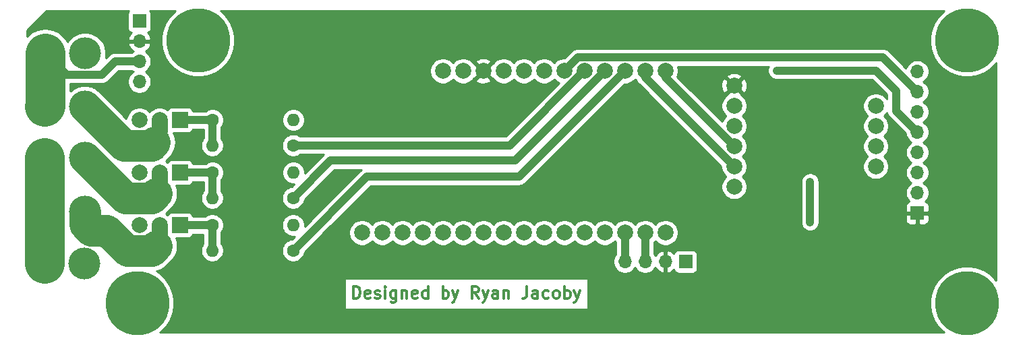
<source format=gbr>
%TF.GenerationSoftware,KiCad,Pcbnew,5.1.6*%
%TF.CreationDate,2020-09-13T19:16:19-07:00*%
%TF.ProjectId,parc,70617263-2e6b-4696-9361-645f70636258,rev?*%
%TF.SameCoordinates,Original*%
%TF.FileFunction,Copper,L1,Top*%
%TF.FilePolarity,Positive*%
%FSLAX46Y46*%
G04 Gerber Fmt 4.6, Leading zero omitted, Abs format (unit mm)*
G04 Created by KiCad (PCBNEW 5.1.6) date 2020-09-13 19:16:19*
%MOMM*%
%LPD*%
G01*
G04 APERTURE LIST*
%TA.AperFunction,NonConductor*%
%ADD10C,0.300000*%
%TD*%
%TA.AperFunction,ComponentPad*%
%ADD11C,4.000000*%
%TD*%
%TA.AperFunction,ComponentPad*%
%ADD12C,2.000000*%
%TD*%
%TA.AperFunction,ComponentPad*%
%ADD13R,2.000000X2.000000*%
%TD*%
%TA.AperFunction,ComponentPad*%
%ADD14O,1.600000X1.600000*%
%TD*%
%TA.AperFunction,ComponentPad*%
%ADD15C,1.600000*%
%TD*%
%TA.AperFunction,ComponentPad*%
%ADD16O,1.700000X1.700000*%
%TD*%
%TA.AperFunction,ComponentPad*%
%ADD17R,1.700000X1.700000*%
%TD*%
%TA.AperFunction,ComponentPad*%
%ADD18C,0.900000*%
%TD*%
%TA.AperFunction,ComponentPad*%
%ADD19C,8.000000*%
%TD*%
%TA.AperFunction,ViaPad*%
%ADD20C,1.000000*%
%TD*%
%TA.AperFunction,Conductor*%
%ADD21C,1.000000*%
%TD*%
%TA.AperFunction,Conductor*%
%ADD22C,5.000000*%
%TD*%
%TA.AperFunction,Conductor*%
%ADD23C,2.000000*%
%TD*%
%TA.AperFunction,Conductor*%
%ADD24C,4.000000*%
%TD*%
%TA.AperFunction,Conductor*%
%ADD25C,0.254000*%
%TD*%
G04 APERTURE END LIST*
D10*
X116032142Y-108628571D02*
X116032142Y-107128571D01*
X116389285Y-107128571D01*
X116603571Y-107200000D01*
X116746428Y-107342857D01*
X116817857Y-107485714D01*
X116889285Y-107771428D01*
X116889285Y-107985714D01*
X116817857Y-108271428D01*
X116746428Y-108414285D01*
X116603571Y-108557142D01*
X116389285Y-108628571D01*
X116032142Y-108628571D01*
X118103571Y-108557142D02*
X117960714Y-108628571D01*
X117675000Y-108628571D01*
X117532142Y-108557142D01*
X117460714Y-108414285D01*
X117460714Y-107842857D01*
X117532142Y-107700000D01*
X117675000Y-107628571D01*
X117960714Y-107628571D01*
X118103571Y-107700000D01*
X118175000Y-107842857D01*
X118175000Y-107985714D01*
X117460714Y-108128571D01*
X118746428Y-108557142D02*
X118889285Y-108628571D01*
X119175000Y-108628571D01*
X119317857Y-108557142D01*
X119389285Y-108414285D01*
X119389285Y-108342857D01*
X119317857Y-108200000D01*
X119175000Y-108128571D01*
X118960714Y-108128571D01*
X118817857Y-108057142D01*
X118746428Y-107914285D01*
X118746428Y-107842857D01*
X118817857Y-107700000D01*
X118960714Y-107628571D01*
X119175000Y-107628571D01*
X119317857Y-107700000D01*
X120032142Y-108628571D02*
X120032142Y-107628571D01*
X120032142Y-107128571D02*
X119960714Y-107200000D01*
X120032142Y-107271428D01*
X120103571Y-107200000D01*
X120032142Y-107128571D01*
X120032142Y-107271428D01*
X121389285Y-107628571D02*
X121389285Y-108842857D01*
X121317857Y-108985714D01*
X121246428Y-109057142D01*
X121103571Y-109128571D01*
X120889285Y-109128571D01*
X120746428Y-109057142D01*
X121389285Y-108557142D02*
X121246428Y-108628571D01*
X120960714Y-108628571D01*
X120817857Y-108557142D01*
X120746428Y-108485714D01*
X120675000Y-108342857D01*
X120675000Y-107914285D01*
X120746428Y-107771428D01*
X120817857Y-107700000D01*
X120960714Y-107628571D01*
X121246428Y-107628571D01*
X121389285Y-107700000D01*
X122103571Y-107628571D02*
X122103571Y-108628571D01*
X122103571Y-107771428D02*
X122175000Y-107700000D01*
X122317857Y-107628571D01*
X122532142Y-107628571D01*
X122675000Y-107700000D01*
X122746428Y-107842857D01*
X122746428Y-108628571D01*
X124032142Y-108557142D02*
X123889285Y-108628571D01*
X123603571Y-108628571D01*
X123460714Y-108557142D01*
X123389285Y-108414285D01*
X123389285Y-107842857D01*
X123460714Y-107700000D01*
X123603571Y-107628571D01*
X123889285Y-107628571D01*
X124032142Y-107700000D01*
X124103571Y-107842857D01*
X124103571Y-107985714D01*
X123389285Y-108128571D01*
X125389285Y-108628571D02*
X125389285Y-107128571D01*
X125389285Y-108557142D02*
X125246428Y-108628571D01*
X124960714Y-108628571D01*
X124817857Y-108557142D01*
X124746428Y-108485714D01*
X124675000Y-108342857D01*
X124675000Y-107914285D01*
X124746428Y-107771428D01*
X124817857Y-107700000D01*
X124960714Y-107628571D01*
X125246428Y-107628571D01*
X125389285Y-107700000D01*
X127246428Y-108628571D02*
X127246428Y-107128571D01*
X127246428Y-107700000D02*
X127389285Y-107628571D01*
X127675000Y-107628571D01*
X127817857Y-107700000D01*
X127889285Y-107771428D01*
X127960714Y-107914285D01*
X127960714Y-108342857D01*
X127889285Y-108485714D01*
X127817857Y-108557142D01*
X127675000Y-108628571D01*
X127389285Y-108628571D01*
X127246428Y-108557142D01*
X128460714Y-107628571D02*
X128817857Y-108628571D01*
X129175000Y-107628571D02*
X128817857Y-108628571D01*
X128675000Y-108985714D01*
X128603571Y-109057142D01*
X128460714Y-109128571D01*
X131746428Y-108628571D02*
X131246428Y-107914285D01*
X130889285Y-108628571D02*
X130889285Y-107128571D01*
X131460714Y-107128571D01*
X131603571Y-107200000D01*
X131675000Y-107271428D01*
X131746428Y-107414285D01*
X131746428Y-107628571D01*
X131675000Y-107771428D01*
X131603571Y-107842857D01*
X131460714Y-107914285D01*
X130889285Y-107914285D01*
X132246428Y-107628571D02*
X132603571Y-108628571D01*
X132960714Y-107628571D02*
X132603571Y-108628571D01*
X132460714Y-108985714D01*
X132389285Y-109057142D01*
X132246428Y-109128571D01*
X134175000Y-108628571D02*
X134175000Y-107842857D01*
X134103571Y-107700000D01*
X133960714Y-107628571D01*
X133675000Y-107628571D01*
X133532142Y-107700000D01*
X134175000Y-108557142D02*
X134032142Y-108628571D01*
X133675000Y-108628571D01*
X133532142Y-108557142D01*
X133460714Y-108414285D01*
X133460714Y-108271428D01*
X133532142Y-108128571D01*
X133675000Y-108057142D01*
X134032142Y-108057142D01*
X134175000Y-107985714D01*
X134889285Y-107628571D02*
X134889285Y-108628571D01*
X134889285Y-107771428D02*
X134960714Y-107700000D01*
X135103571Y-107628571D01*
X135317857Y-107628571D01*
X135460714Y-107700000D01*
X135532142Y-107842857D01*
X135532142Y-108628571D01*
X137817857Y-107128571D02*
X137817857Y-108200000D01*
X137746428Y-108414285D01*
X137603571Y-108557142D01*
X137389285Y-108628571D01*
X137246428Y-108628571D01*
X139175000Y-108628571D02*
X139175000Y-107842857D01*
X139103571Y-107700000D01*
X138960714Y-107628571D01*
X138675000Y-107628571D01*
X138532142Y-107700000D01*
X139175000Y-108557142D02*
X139032142Y-108628571D01*
X138675000Y-108628571D01*
X138532142Y-108557142D01*
X138460714Y-108414285D01*
X138460714Y-108271428D01*
X138532142Y-108128571D01*
X138675000Y-108057142D01*
X139032142Y-108057142D01*
X139175000Y-107985714D01*
X140532142Y-108557142D02*
X140389285Y-108628571D01*
X140103571Y-108628571D01*
X139960714Y-108557142D01*
X139889285Y-108485714D01*
X139817857Y-108342857D01*
X139817857Y-107914285D01*
X139889285Y-107771428D01*
X139960714Y-107700000D01*
X140103571Y-107628571D01*
X140389285Y-107628571D01*
X140532142Y-107700000D01*
X141389285Y-108628571D02*
X141246428Y-108557142D01*
X141175000Y-108485714D01*
X141103571Y-108342857D01*
X141103571Y-107914285D01*
X141175000Y-107771428D01*
X141246428Y-107700000D01*
X141389285Y-107628571D01*
X141603571Y-107628571D01*
X141746428Y-107700000D01*
X141817857Y-107771428D01*
X141889285Y-107914285D01*
X141889285Y-108342857D01*
X141817857Y-108485714D01*
X141746428Y-108557142D01*
X141603571Y-108628571D01*
X141389285Y-108628571D01*
X142532142Y-108628571D02*
X142532142Y-107128571D01*
X142532142Y-107700000D02*
X142675000Y-107628571D01*
X142960714Y-107628571D01*
X143103571Y-107700000D01*
X143175000Y-107771428D01*
X143246428Y-107914285D01*
X143246428Y-108342857D01*
X143175000Y-108485714D01*
X143103571Y-108557142D01*
X142960714Y-108628571D01*
X142675000Y-108628571D01*
X142532142Y-108557142D01*
X143746428Y-107628571D02*
X144103571Y-108628571D01*
X144460714Y-107628571D02*
X144103571Y-108628571D01*
X143960714Y-108985714D01*
X143889285Y-109057142D01*
X143746428Y-109128571D01*
D11*
%TO.P,J1,2*%
%TO.N,B1*%
X77286000Y-84505800D03*
%TO.P,J1,1*%
%TO.N,Net-(J1-Pad1)*%
X82286000Y-84505800D03*
%TD*%
%TO.P,J2,2*%
%TO.N,B1*%
X77343000Y-77851000D03*
%TO.P,J2,1*%
%TO.N,GND*%
X82343000Y-77851000D03*
%TD*%
%TO.P,J3,1*%
%TO.N,Net-(J3-Pad1)*%
X82286000Y-90957400D03*
%TO.P,J3,2*%
%TO.N,B2*%
X77286000Y-90957400D03*
%TD*%
%TO.P,J4,2*%
%TO.N,B2*%
X77286000Y-97713800D03*
%TO.P,J4,1*%
%TO.N,Net-(J4-Pad1)*%
X82286000Y-97713800D03*
%TD*%
%TO.P,J5,1*%
%TO.N,GND*%
X82216000Y-104267000D03*
%TO.P,J5,2*%
%TO.N,B2*%
X77216000Y-104267000D03*
%TD*%
D12*
%TO.P,Q1,3*%
%TO.N,GND*%
X89154000Y-86233000D03*
%TO.P,Q1,2*%
%TO.N,Net-(J1-Pad1)*%
X91694000Y-86233000D03*
D13*
%TO.P,Q1,1*%
%TO.N,Net-(Q1-Pad1)*%
X94234000Y-86233000D03*
%TD*%
%TO.P,Q2,1*%
%TO.N,Net-(Q2-Pad1)*%
X94234000Y-92837000D03*
D12*
%TO.P,Q2,2*%
%TO.N,Net-(J3-Pad1)*%
X91694000Y-92837000D03*
%TO.P,Q2,3*%
%TO.N,GND*%
X89154000Y-92837000D03*
%TD*%
D13*
%TO.P,Q3,1*%
%TO.N,Net-(Q3-Pad1)*%
X94234000Y-99441000D03*
D12*
%TO.P,Q3,2*%
%TO.N,Net-(J4-Pad1)*%
X91694000Y-99441000D03*
%TO.P,Q3,3*%
%TO.N,GND*%
X89154000Y-99441000D03*
%TD*%
D14*
%TO.P,R1,2*%
%TO.N,Net-(Q1-Pad1)*%
X98298000Y-89408000D03*
D15*
%TO.P,R1,1*%
%TO.N,M1*%
X108458000Y-89408000D03*
%TD*%
%TO.P,R2,1*%
%TO.N,Net-(Q1-Pad1)*%
X98323400Y-86233000D03*
D14*
%TO.P,R2,2*%
%TO.N,GND*%
X108483400Y-86233000D03*
%TD*%
D15*
%TO.P,R3,1*%
%TO.N,M2*%
X108458000Y-96012000D03*
D14*
%TO.P,R3,2*%
%TO.N,Net-(Q2-Pad1)*%
X98298000Y-96012000D03*
%TD*%
%TO.P,R4,2*%
%TO.N,GND*%
X108483400Y-92837000D03*
D15*
%TO.P,R4,1*%
%TO.N,Net-(Q2-Pad1)*%
X98323400Y-92837000D03*
%TD*%
D14*
%TO.P,R5,2*%
%TO.N,Net-(Q3-Pad1)*%
X98298000Y-102616000D03*
D15*
%TO.P,R5,1*%
%TO.N,M3*%
X108458000Y-102616000D03*
%TD*%
%TO.P,R6,1*%
%TO.N,Net-(Q3-Pad1)*%
X98298000Y-99415600D03*
D14*
%TO.P,R6,2*%
%TO.N,GND*%
X108458000Y-99415600D03*
%TD*%
D16*
%TO.P,U1,4*%
%TO.N,Net-(U1-Pad4)*%
X150114000Y-104013000D03*
%TO.P,U1,3*%
%TO.N,Net-(U1-Pad3)*%
X152654000Y-104013000D03*
%TO.P,U1,2*%
%TO.N,+5V*%
X155194000Y-104013000D03*
D17*
%TO.P,U1,1*%
%TO.N,GND*%
X157734000Y-104013000D03*
%TD*%
%TO.P,U2,1*%
%TO.N,GND*%
X89154000Y-73787000D03*
D16*
%TO.P,U2,2*%
%TO.N,+5V*%
X89154000Y-76327000D03*
%TO.P,U2,3*%
%TO.N,B1*%
X89154000Y-78867000D03*
%TO.P,U2,4*%
%TO.N,Net-(U2-Pad4)*%
X89154000Y-81407000D03*
%TD*%
D12*
%TO.P,U3,1*%
%TO.N,Net-(U3-Pad1)*%
X117090000Y-100390001D03*
%TO.P,U3,2*%
%TO.N,Net-(U3-Pad2)*%
X119630000Y-100390001D03*
%TO.P,U3,3*%
%TO.N,Net-(U3-Pad3)*%
X122170000Y-100390001D03*
%TO.P,U3,4*%
%TO.N,GND*%
X124710000Y-100390001D03*
%TO.P,U3,5*%
%TO.N,Net-(U3-Pad5)*%
X127250000Y-100390001D03*
%TO.P,U3,6*%
%TO.N,Net-(U3-Pad6)*%
X129790000Y-100390001D03*
%TO.P,U3,7*%
%TO.N,Net-(U3-Pad7)*%
X132330000Y-100390001D03*
%TO.P,U3,8*%
%TO.N,Net-(U3-Pad8)*%
X134870000Y-100390001D03*
%TO.P,U3,9*%
%TO.N,Net-(U3-Pad9)*%
X137410000Y-100390001D03*
%TO.P,U3,10*%
%TO.N,Net-(U3-Pad10)*%
X139950000Y-100390001D03*
%TO.P,U3,11*%
%TO.N,Net-(U3-Pad11)*%
X142490000Y-100390001D03*
%TO.P,U3,12*%
%TO.N,Net-(U3-Pad12)*%
X145030000Y-100390001D03*
%TO.P,U3,13*%
%TO.N,Net-(U3-Pad13)*%
X147570000Y-100390001D03*
%TO.P,U3,14*%
%TO.N,Net-(U1-Pad4)*%
X150110000Y-100390001D03*
%TO.P,U3,15*%
%TO.N,Net-(U1-Pad3)*%
X152650000Y-100390001D03*
%TO.P,U3,16*%
%TO.N,GND*%
X155190000Y-100390001D03*
%TO.P,U3,17*%
%TO.N,Net-(U3-Pad17)*%
X127250000Y-80070001D03*
%TO.P,U3,18*%
%TO.N,Net-(U3-Pad18)*%
X129790000Y-80070001D03*
%TO.P,U3,19*%
%TO.N,+5V*%
X132330000Y-80070001D03*
%TO.P,U3,20*%
%TO.N,Net-(U3-Pad20)*%
X134870000Y-80070001D03*
%TO.P,U3,21*%
%TO.N,Net-(U3-Pad21)*%
X137410000Y-80070001D03*
%TO.P,U3,22*%
%TO.N,Net-(U3-Pad22)*%
X139950000Y-80070001D03*
%TO.P,U3,23*%
%TO.N,Net-(U3-Pad23)*%
X142490000Y-80070001D03*
%TO.P,U3,24*%
%TO.N,M1*%
X145030000Y-80070001D03*
%TO.P,U3,25*%
%TO.N,M2*%
X147570000Y-80070001D03*
%TO.P,U3,26*%
%TO.N,M3*%
X150110000Y-80070001D03*
%TO.P,U3,27*%
%TO.N,Net-(U3-Pad27)*%
X152650000Y-80070001D03*
%TO.P,U3,28*%
%TO.N,Net-(U3-Pad28)*%
X155190000Y-80070001D03*
%TD*%
D17*
%TO.P,U4,1*%
%TO.N,+5V*%
X186817000Y-97917000D03*
D16*
%TO.P,U4,2*%
%TO.N,Net-(U4-Pad2)*%
X186817000Y-95377000D03*
%TO.P,U4,3*%
%TO.N,GND*%
X186817000Y-92837000D03*
%TO.P,U4,4*%
%TO.N,Net-(U3-Pad20)*%
X186817000Y-90297000D03*
%TO.P,U4,5*%
%TO.N,Net-(U3-Pad21)*%
X186817000Y-87757000D03*
%TO.P,U4,6*%
%TO.N,Net-(U3-Pad22)*%
X186817000Y-85217000D03*
%TO.P,U4,7*%
%TO.N,Net-(U3-Pad23)*%
X186817000Y-82677000D03*
%TO.P,U4,8*%
%TO.N,Net-(U4-Pad8)*%
X186817000Y-80137000D03*
%TD*%
D12*
%TO.P,U5,1*%
%TO.N,+5V*%
X163830000Y-81915000D03*
%TO.P,U5,2*%
%TO.N,Net-(U5-Pad2)*%
X163830000Y-84455000D03*
%TO.P,U5,3*%
%TO.N,GND*%
X163830000Y-86995000D03*
%TO.P,U5,4*%
%TO.N,Net-(U3-Pad28)*%
X163830000Y-89535000D03*
%TO.P,U5,5*%
%TO.N,Net-(U3-Pad27)*%
X163830000Y-92075000D03*
%TO.P,U5,6*%
%TO.N,Net-(U5-Pad6)*%
X163830000Y-94615000D03*
%TO.P,U5,7*%
%TO.N,Net-(U5-Pad7)*%
X181610000Y-84455000D03*
%TO.P,U5,8*%
%TO.N,Net-(U5-Pad8)*%
X181610000Y-86995000D03*
%TO.P,U5,9*%
%TO.N,Net-(U5-Pad9)*%
X181610000Y-89535000D03*
%TO.P,U5,10*%
%TO.N,Net-(U5-Pad10)*%
X181610000Y-92075000D03*
%TD*%
D18*
%TO.P,H1,1*%
%TO.N,GND*%
X195161320Y-74078680D03*
X193040000Y-73200000D03*
X190918680Y-74078680D03*
X190040000Y-76200000D03*
X190918680Y-78321320D03*
X193040000Y-79200000D03*
X195161320Y-78321320D03*
X196040000Y-76200000D03*
D19*
X193040000Y-76200000D03*
%TD*%
%TO.P,H2,1*%
%TO.N,GND*%
X88900000Y-109220000D03*
D18*
X91900000Y-109220000D03*
X91021320Y-111341320D03*
X88900000Y-112220000D03*
X86778680Y-111341320D03*
X85900000Y-109220000D03*
X86778680Y-107098680D03*
X88900000Y-106220000D03*
X91021320Y-107098680D03*
%TD*%
%TO.P,H3,1*%
%TO.N,GND*%
X195161320Y-107098680D03*
X193040000Y-106220000D03*
X190918680Y-107098680D03*
X190040000Y-109220000D03*
X190918680Y-111341320D03*
X193040000Y-112220000D03*
X195161320Y-111341320D03*
X196040000Y-109220000D03*
D19*
X193040000Y-109220000D03*
%TD*%
%TO.P,H4,1*%
%TO.N,GND*%
X96520000Y-76200000D03*
D18*
X99520000Y-76200000D03*
X98641320Y-78321320D03*
X96520000Y-79200000D03*
X94398680Y-78321320D03*
X93520000Y-76200000D03*
X94398680Y-74078680D03*
X96520000Y-73200000D03*
X98641320Y-74078680D03*
%TD*%
D20*
%TO.N,GND*%
X173355000Y-99060000D03*
X173355000Y-93980000D03*
%TO.N,Net-(U3-Pad21)*%
X169164000Y-80010000D03*
%TD*%
D21*
%TO.N,B1*%
X89154000Y-78867000D02*
X86106000Y-78867000D01*
X80043001Y-80551001D02*
X77343000Y-77851000D01*
X84421999Y-80551001D02*
X80043001Y-80551001D01*
X86106000Y-78867000D02*
X84421999Y-80551001D01*
D22*
X77343000Y-84448800D02*
X77286000Y-84505800D01*
X77343000Y-77851000D02*
X77343000Y-84448800D01*
D21*
%TO.N,Net-(Q1-Pad1)*%
X94234000Y-86233000D02*
X98323400Y-86233000D01*
X98323400Y-89382600D02*
X98298000Y-89408000D01*
X98323400Y-86233000D02*
X98323400Y-89382600D01*
%TO.N,Net-(Q2-Pad1)*%
X94234000Y-92837000D02*
X98323400Y-92837000D01*
X98323400Y-95986600D02*
X98298000Y-96012000D01*
X98323400Y-92837000D02*
X98323400Y-95986600D01*
%TO.N,Net-(Q3-Pad1)*%
X98272600Y-99441000D02*
X98298000Y-99415600D01*
X94234000Y-99441000D02*
X98272600Y-99441000D01*
X98298000Y-99415600D02*
X98298000Y-102616000D01*
%TO.N,M1*%
X135668003Y-89408000D02*
X145006002Y-80070001D01*
X145006002Y-80070001D02*
X145030000Y-80070001D01*
X108458000Y-89408000D02*
X135668003Y-89408000D01*
%TO.N,M2*%
X108458000Y-96012000D02*
X113157000Y-91313000D01*
X136327001Y-91313000D02*
X147570000Y-80070001D01*
X113157000Y-91313000D02*
X136327001Y-91313000D01*
%TO.N,M3*%
X150110000Y-80070001D02*
X136835001Y-93345000D01*
X117729000Y-93345000D02*
X108458000Y-102616000D01*
X136835001Y-93345000D02*
X117729000Y-93345000D01*
%TO.N,Net-(U1-Pad4)*%
X150114000Y-100394001D02*
X150110000Y-100390001D01*
X150114000Y-104013000D02*
X150114000Y-100394001D01*
%TO.N,Net-(U1-Pad3)*%
X152654000Y-100394001D02*
X152650000Y-100390001D01*
X152654000Y-104013000D02*
X152654000Y-100394001D01*
%TO.N,GND*%
X173355000Y-93980000D02*
X173355000Y-99060000D01*
D22*
%TO.N,B2*%
X77286000Y-90957400D02*
X77286000Y-97713800D01*
X77286000Y-104197000D02*
X77216000Y-104267000D01*
X77286000Y-97713800D02*
X77286000Y-104197000D01*
D21*
%TO.N,Net-(U3-Pad21)*%
X169164000Y-80010000D02*
X169164000Y-80010000D01*
X169164000Y-80010000D02*
X181610000Y-80010000D01*
X181610000Y-80010000D02*
X184150000Y-82550000D01*
X184150000Y-85090000D02*
X186817000Y-87757000D01*
X184150000Y-82550000D02*
X184150000Y-85090000D01*
%TO.N,Net-(U3-Pad23)*%
X144190001Y-78370000D02*
X142490000Y-80070001D01*
X182510000Y-78370000D02*
X144190001Y-78370000D01*
X186817000Y-82677000D02*
X182510000Y-78370000D01*
%TO.N,Net-(U3-Pad27)*%
X152650000Y-80895000D02*
X163830000Y-92075000D01*
X152650000Y-80070001D02*
X152650000Y-80895000D01*
%TO.N,Net-(U3-Pad28)*%
X155190000Y-80895000D02*
X163830000Y-89535000D01*
X155190000Y-80070001D02*
X155190000Y-80895000D01*
D23*
%TO.N,Net-(J1-Pad1)*%
X91694000Y-86233000D02*
X91694000Y-87647213D01*
D24*
X90690001Y-89433001D02*
X91082000Y-89041002D01*
X87213201Y-89433001D02*
X90690001Y-89433001D01*
X82286000Y-84505800D02*
X87213201Y-89433001D01*
D23*
%TO.N,Net-(J3-Pad1)*%
X91694000Y-94251213D02*
X90908212Y-95037001D01*
X91694000Y-92837000D02*
X91694000Y-94251213D01*
D24*
X90690001Y-96037001D02*
X91299107Y-95427895D01*
X87365601Y-96037001D02*
X90690001Y-96037001D01*
X82286000Y-90957400D02*
X87365601Y-96037001D01*
D23*
%TO.N,Net-(J4-Pad1)*%
X91694000Y-100855213D02*
X90908212Y-101641001D01*
X91694000Y-99441000D02*
X91694000Y-100855213D01*
D24*
X90690001Y-102641001D02*
X91299107Y-102031895D01*
X87617999Y-102641001D02*
X90690001Y-102641001D01*
X85043997Y-100066999D02*
X87617999Y-102641001D01*
X83048999Y-100066999D02*
X85043997Y-100066999D01*
X82286000Y-99304000D02*
X83048999Y-100066999D01*
X82286000Y-97713800D02*
X82286000Y-99304000D01*
%TD*%
D25*
%TO.N,+5V*%
G36*
X87773463Y-72582506D02*
G01*
X87714498Y-72692820D01*
X87678188Y-72812518D01*
X87665928Y-72937000D01*
X87665928Y-74637000D01*
X87678188Y-74761482D01*
X87714498Y-74881180D01*
X87773463Y-74991494D01*
X87852815Y-75088185D01*
X87949506Y-75167537D01*
X88059820Y-75226502D01*
X88140466Y-75250966D01*
X88056412Y-75326731D01*
X87882359Y-75560080D01*
X87757175Y-75822901D01*
X87712524Y-75970110D01*
X87833845Y-76200000D01*
X89027000Y-76200000D01*
X89027000Y-76180000D01*
X89281000Y-76180000D01*
X89281000Y-76200000D01*
X90474155Y-76200000D01*
X90595476Y-75970110D01*
X90550825Y-75822901D01*
X90425641Y-75560080D01*
X90251588Y-75326731D01*
X90167534Y-75250966D01*
X90248180Y-75226502D01*
X90358494Y-75167537D01*
X90455185Y-75088185D01*
X90534537Y-74991494D01*
X90593502Y-74881180D01*
X90629812Y-74761482D01*
X90642072Y-74637000D01*
X90642072Y-72937000D01*
X90629812Y-72812518D01*
X90593502Y-72692820D01*
X90534537Y-72582506D01*
X90480778Y-72517000D01*
X93689219Y-72517000D01*
X93565360Y-72599760D01*
X92919760Y-73245360D01*
X92412516Y-74004504D01*
X92063120Y-74848020D01*
X91885000Y-75743492D01*
X91885000Y-76656508D01*
X92063120Y-77551980D01*
X92412516Y-78395496D01*
X92919760Y-79154640D01*
X93565360Y-79800240D01*
X94324504Y-80307484D01*
X95168020Y-80656880D01*
X96063492Y-80835000D01*
X96976508Y-80835000D01*
X97871980Y-80656880D01*
X98715496Y-80307484D01*
X99311917Y-79908968D01*
X125615000Y-79908968D01*
X125615000Y-80231034D01*
X125677832Y-80546913D01*
X125801082Y-80844464D01*
X125980013Y-81112253D01*
X126207748Y-81339988D01*
X126475537Y-81518919D01*
X126773088Y-81642169D01*
X127088967Y-81705001D01*
X127411033Y-81705001D01*
X127726912Y-81642169D01*
X128024463Y-81518919D01*
X128292252Y-81339988D01*
X128519987Y-81112253D01*
X128520000Y-81112234D01*
X128520013Y-81112253D01*
X128747748Y-81339988D01*
X129015537Y-81518919D01*
X129313088Y-81642169D01*
X129628967Y-81705001D01*
X129951033Y-81705001D01*
X130266912Y-81642169D01*
X130564463Y-81518919D01*
X130832252Y-81339988D01*
X130966826Y-81205414D01*
X131374192Y-81205414D01*
X131469956Y-81469815D01*
X131759571Y-81610705D01*
X132071108Y-81692385D01*
X132392595Y-81711719D01*
X132711675Y-81667962D01*
X133016088Y-81562796D01*
X133190044Y-81469815D01*
X133285808Y-81205414D01*
X132330000Y-80249606D01*
X131374192Y-81205414D01*
X130966826Y-81205414D01*
X131059987Y-81112253D01*
X131132720Y-81003401D01*
X131194587Y-81025809D01*
X132150395Y-80070001D01*
X131194587Y-79114193D01*
X131132720Y-79136601D01*
X131059987Y-79027749D01*
X130966826Y-78934588D01*
X131374192Y-78934588D01*
X132330000Y-79890396D01*
X133285808Y-78934588D01*
X133190044Y-78670187D01*
X132900429Y-78529297D01*
X132588892Y-78447617D01*
X132267405Y-78428283D01*
X131948325Y-78472040D01*
X131643912Y-78577206D01*
X131469956Y-78670187D01*
X131374192Y-78934588D01*
X130966826Y-78934588D01*
X130832252Y-78800014D01*
X130564463Y-78621083D01*
X130266912Y-78497833D01*
X129951033Y-78435001D01*
X129628967Y-78435001D01*
X129313088Y-78497833D01*
X129015537Y-78621083D01*
X128747748Y-78800014D01*
X128520013Y-79027749D01*
X128520000Y-79027768D01*
X128519987Y-79027749D01*
X128292252Y-78800014D01*
X128024463Y-78621083D01*
X127726912Y-78497833D01*
X127411033Y-78435001D01*
X127088967Y-78435001D01*
X126773088Y-78497833D01*
X126475537Y-78621083D01*
X126207748Y-78800014D01*
X125980013Y-79027749D01*
X125801082Y-79295538D01*
X125677832Y-79593089D01*
X125615000Y-79908968D01*
X99311917Y-79908968D01*
X99474640Y-79800240D01*
X100120240Y-79154640D01*
X100627484Y-78395496D01*
X100976880Y-77551980D01*
X101155000Y-76656508D01*
X101155000Y-75743492D01*
X100976880Y-74848020D01*
X100627484Y-74004504D01*
X100120240Y-73245360D01*
X99474640Y-72599760D01*
X99350781Y-72517000D01*
X190209219Y-72517000D01*
X190085360Y-72599760D01*
X189439760Y-73245360D01*
X188932516Y-74004504D01*
X188583120Y-74848020D01*
X188405000Y-75743492D01*
X188405000Y-76656508D01*
X188583120Y-77551980D01*
X188932516Y-78395496D01*
X189439760Y-79154640D01*
X190085360Y-79800240D01*
X190844504Y-80307484D01*
X191688020Y-80656880D01*
X192583492Y-80835000D01*
X193496508Y-80835000D01*
X194391980Y-80656880D01*
X195235496Y-80307484D01*
X195994640Y-79800240D01*
X196640240Y-79154640D01*
X196723000Y-79030781D01*
X196723000Y-106389219D01*
X196640240Y-106265360D01*
X195994640Y-105619760D01*
X195235496Y-105112516D01*
X194391980Y-104763120D01*
X193496508Y-104585000D01*
X192583492Y-104585000D01*
X191688020Y-104763120D01*
X190844504Y-105112516D01*
X190085360Y-105619760D01*
X189439760Y-106265360D01*
X188932516Y-107024504D01*
X188583120Y-107868020D01*
X188405000Y-108763492D01*
X188405000Y-109676508D01*
X188583120Y-110571980D01*
X188932516Y-111415496D01*
X189439760Y-112174640D01*
X190085360Y-112820240D01*
X190209219Y-112903000D01*
X91730781Y-112903000D01*
X91854640Y-112820240D01*
X92500240Y-112174640D01*
X93007484Y-111415496D01*
X93356880Y-110571980D01*
X93535000Y-109676508D01*
X93535000Y-108763492D01*
X93356880Y-107868020D01*
X93007484Y-107024504D01*
X92500240Y-106265360D01*
X92394880Y-106160000D01*
X114890000Y-106160000D01*
X114890000Y-109980000D01*
X145460000Y-109980000D01*
X145460000Y-106160000D01*
X114890000Y-106160000D01*
X92394880Y-106160000D01*
X91854640Y-105619760D01*
X91259204Y-105221902D01*
X91703251Y-105087202D01*
X92161012Y-104842524D01*
X92562242Y-104513242D01*
X92644759Y-104412695D01*
X93253862Y-103803592D01*
X93500629Y-103502905D01*
X93745308Y-103045144D01*
X93895980Y-102548445D01*
X93946855Y-102031895D01*
X93895980Y-101515345D01*
X93763638Y-101079072D01*
X95234000Y-101079072D01*
X95358482Y-101066812D01*
X95478180Y-101030502D01*
X95588494Y-100971537D01*
X95685185Y-100892185D01*
X95764537Y-100795494D01*
X95823502Y-100685180D01*
X95856621Y-100576000D01*
X97163000Y-100576000D01*
X97163001Y-101731715D01*
X97026320Y-101936273D01*
X96918147Y-102197426D01*
X96863000Y-102474665D01*
X96863000Y-102757335D01*
X96918147Y-103034574D01*
X97026320Y-103295727D01*
X97183363Y-103530759D01*
X97383241Y-103730637D01*
X97618273Y-103887680D01*
X97879426Y-103995853D01*
X98156665Y-104051000D01*
X98439335Y-104051000D01*
X98716574Y-103995853D01*
X98977727Y-103887680D01*
X99212759Y-103730637D01*
X99412637Y-103530759D01*
X99569680Y-103295727D01*
X99677853Y-103034574D01*
X99733000Y-102757335D01*
X99733000Y-102474665D01*
X99677853Y-102197426D01*
X99569680Y-101936273D01*
X99433000Y-101731716D01*
X99433000Y-100299884D01*
X99569680Y-100095327D01*
X99677853Y-99834174D01*
X99733000Y-99556935D01*
X99733000Y-99274265D01*
X99677853Y-98997026D01*
X99569680Y-98735873D01*
X99412637Y-98500841D01*
X99212759Y-98300963D01*
X98977727Y-98143920D01*
X98716574Y-98035747D01*
X98439335Y-97980600D01*
X98156665Y-97980600D01*
X97879426Y-98035747D01*
X97618273Y-98143920D01*
X97383241Y-98300963D01*
X97378204Y-98306000D01*
X95856621Y-98306000D01*
X95823502Y-98196820D01*
X95764537Y-98086506D01*
X95685185Y-97989815D01*
X95588494Y-97910463D01*
X95478180Y-97851498D01*
X95358482Y-97815188D01*
X95234000Y-97802928D01*
X93234000Y-97802928D01*
X93109518Y-97815188D01*
X92989820Y-97851498D01*
X92879506Y-97910463D01*
X92782815Y-97989815D01*
X92703463Y-98086506D01*
X92678809Y-98132630D01*
X92669142Y-98126171D01*
X92606751Y-98074969D01*
X92535573Y-98036924D01*
X92468463Y-97992082D01*
X92463704Y-97990111D01*
X92562242Y-97909242D01*
X92644759Y-97808695D01*
X93253862Y-97199592D01*
X93500629Y-96898905D01*
X93745308Y-96441144D01*
X93895980Y-95944445D01*
X93946855Y-95427895D01*
X93895980Y-94911345D01*
X93763638Y-94475072D01*
X95234000Y-94475072D01*
X95358482Y-94462812D01*
X95478180Y-94426502D01*
X95588494Y-94367537D01*
X95685185Y-94288185D01*
X95764537Y-94191494D01*
X95823502Y-94081180D01*
X95856621Y-93972000D01*
X97188400Y-93972000D01*
X97188401Y-95092203D01*
X97183363Y-95097241D01*
X97026320Y-95332273D01*
X96918147Y-95593426D01*
X96863000Y-95870665D01*
X96863000Y-96153335D01*
X96918147Y-96430574D01*
X97026320Y-96691727D01*
X97183363Y-96926759D01*
X97383241Y-97126637D01*
X97618273Y-97283680D01*
X97879426Y-97391853D01*
X98156665Y-97447000D01*
X98439335Y-97447000D01*
X98716574Y-97391853D01*
X98977727Y-97283680D01*
X99212759Y-97126637D01*
X99412637Y-96926759D01*
X99569680Y-96691727D01*
X99677853Y-96430574D01*
X99733000Y-96153335D01*
X99733000Y-95870665D01*
X99677853Y-95593426D01*
X99569680Y-95332273D01*
X99458400Y-95165730D01*
X99458400Y-93721284D01*
X99595080Y-93516727D01*
X99703253Y-93255574D01*
X99758400Y-92978335D01*
X99758400Y-92695665D01*
X99703253Y-92418426D01*
X99595080Y-92157273D01*
X99438037Y-91922241D01*
X99238159Y-91722363D01*
X99003127Y-91565320D01*
X98741974Y-91457147D01*
X98464735Y-91402000D01*
X98182065Y-91402000D01*
X97904826Y-91457147D01*
X97643673Y-91565320D01*
X97439116Y-91702000D01*
X95856621Y-91702000D01*
X95823502Y-91592820D01*
X95764537Y-91482506D01*
X95685185Y-91385815D01*
X95588494Y-91306463D01*
X95478180Y-91247498D01*
X95358482Y-91211188D01*
X95234000Y-91198928D01*
X93234000Y-91198928D01*
X93109518Y-91211188D01*
X92989820Y-91247498D01*
X92879506Y-91306463D01*
X92782815Y-91385815D01*
X92703463Y-91482506D01*
X92678809Y-91528630D01*
X92669142Y-91522171D01*
X92606751Y-91470969D01*
X92535573Y-91432924D01*
X92468463Y-91388082D01*
X92463704Y-91386111D01*
X92562242Y-91305242D01*
X92644759Y-91204695D01*
X93036755Y-90812699D01*
X93283522Y-90512012D01*
X93528201Y-90054251D01*
X93678873Y-89557552D01*
X93729748Y-89041003D01*
X93678873Y-88524453D01*
X93528201Y-88027753D01*
X93444453Y-87871072D01*
X95234000Y-87871072D01*
X95358482Y-87858812D01*
X95478180Y-87822502D01*
X95588494Y-87763537D01*
X95685185Y-87684185D01*
X95764537Y-87587494D01*
X95823502Y-87477180D01*
X95856621Y-87368000D01*
X97188400Y-87368000D01*
X97188401Y-88488203D01*
X97183363Y-88493241D01*
X97026320Y-88728273D01*
X96918147Y-88989426D01*
X96863000Y-89266665D01*
X96863000Y-89549335D01*
X96918147Y-89826574D01*
X97026320Y-90087727D01*
X97183363Y-90322759D01*
X97383241Y-90522637D01*
X97618273Y-90679680D01*
X97879426Y-90787853D01*
X98156665Y-90843000D01*
X98439335Y-90843000D01*
X98716574Y-90787853D01*
X98977727Y-90679680D01*
X99212759Y-90522637D01*
X99412637Y-90322759D01*
X99569680Y-90087727D01*
X99677853Y-89826574D01*
X99733000Y-89549335D01*
X99733000Y-89266665D01*
X107023000Y-89266665D01*
X107023000Y-89549335D01*
X107078147Y-89826574D01*
X107186320Y-90087727D01*
X107343363Y-90322759D01*
X107543241Y-90522637D01*
X107778273Y-90679680D01*
X108039426Y-90787853D01*
X108316665Y-90843000D01*
X108599335Y-90843000D01*
X108876574Y-90787853D01*
X109137727Y-90679680D01*
X109342284Y-90543000D01*
X112320638Y-90543000D01*
X112315013Y-90549854D01*
X109918400Y-92946468D01*
X109918400Y-92695665D01*
X109863253Y-92418426D01*
X109755080Y-92157273D01*
X109598037Y-91922241D01*
X109398159Y-91722363D01*
X109163127Y-91565320D01*
X108901974Y-91457147D01*
X108624735Y-91402000D01*
X108342065Y-91402000D01*
X108064826Y-91457147D01*
X107803673Y-91565320D01*
X107568641Y-91722363D01*
X107368763Y-91922241D01*
X107211720Y-92157273D01*
X107103547Y-92418426D01*
X107048400Y-92695665D01*
X107048400Y-92978335D01*
X107103547Y-93255574D01*
X107211720Y-93516727D01*
X107368763Y-93751759D01*
X107568641Y-93951637D01*
X107803673Y-94108680D01*
X108064826Y-94216853D01*
X108342065Y-94272000D01*
X108592869Y-94272000D01*
X108280718Y-94584150D01*
X108039426Y-94632147D01*
X107778273Y-94740320D01*
X107543241Y-94897363D01*
X107343363Y-95097241D01*
X107186320Y-95332273D01*
X107078147Y-95593426D01*
X107023000Y-95870665D01*
X107023000Y-96153335D01*
X107078147Y-96430574D01*
X107186320Y-96691727D01*
X107343363Y-96926759D01*
X107543241Y-97126637D01*
X107778273Y-97283680D01*
X108039426Y-97391853D01*
X108316665Y-97447000D01*
X108599335Y-97447000D01*
X108876574Y-97391853D01*
X109137727Y-97283680D01*
X109372759Y-97126637D01*
X109572637Y-96926759D01*
X109729680Y-96691727D01*
X109837853Y-96430574D01*
X109885850Y-96189282D01*
X113627133Y-92448000D01*
X117032887Y-92448000D01*
X116922551Y-92538551D01*
X116887011Y-92581857D01*
X109888299Y-99580570D01*
X109893000Y-99556935D01*
X109893000Y-99274265D01*
X109837853Y-98997026D01*
X109729680Y-98735873D01*
X109572637Y-98500841D01*
X109372759Y-98300963D01*
X109137727Y-98143920D01*
X108876574Y-98035747D01*
X108599335Y-97980600D01*
X108316665Y-97980600D01*
X108039426Y-98035747D01*
X107778273Y-98143920D01*
X107543241Y-98300963D01*
X107343363Y-98500841D01*
X107186320Y-98735873D01*
X107078147Y-98997026D01*
X107023000Y-99274265D01*
X107023000Y-99556935D01*
X107078147Y-99834174D01*
X107186320Y-100095327D01*
X107343363Y-100330359D01*
X107543241Y-100530237D01*
X107778273Y-100687280D01*
X108039426Y-100795453D01*
X108316665Y-100850600D01*
X108599335Y-100850600D01*
X108622970Y-100845899D01*
X108280719Y-101188150D01*
X108039426Y-101236147D01*
X107778273Y-101344320D01*
X107543241Y-101501363D01*
X107343363Y-101701241D01*
X107186320Y-101936273D01*
X107078147Y-102197426D01*
X107023000Y-102474665D01*
X107023000Y-102757335D01*
X107078147Y-103034574D01*
X107186320Y-103295727D01*
X107343363Y-103530759D01*
X107543241Y-103730637D01*
X107778273Y-103887680D01*
X108039426Y-103995853D01*
X108316665Y-104051000D01*
X108599335Y-104051000D01*
X108876574Y-103995853D01*
X109137727Y-103887680D01*
X109372759Y-103730637D01*
X109572637Y-103530759D01*
X109729680Y-103295727D01*
X109837853Y-103034574D01*
X109885850Y-102793281D01*
X112450163Y-100228968D01*
X115455000Y-100228968D01*
X115455000Y-100551034D01*
X115517832Y-100866913D01*
X115641082Y-101164464D01*
X115820013Y-101432253D01*
X116047748Y-101659988D01*
X116315537Y-101838919D01*
X116613088Y-101962169D01*
X116928967Y-102025001D01*
X117251033Y-102025001D01*
X117566912Y-101962169D01*
X117864463Y-101838919D01*
X118132252Y-101659988D01*
X118359987Y-101432253D01*
X118360000Y-101432234D01*
X118360013Y-101432253D01*
X118587748Y-101659988D01*
X118855537Y-101838919D01*
X119153088Y-101962169D01*
X119468967Y-102025001D01*
X119791033Y-102025001D01*
X120106912Y-101962169D01*
X120404463Y-101838919D01*
X120672252Y-101659988D01*
X120899987Y-101432253D01*
X120900000Y-101432234D01*
X120900013Y-101432253D01*
X121127748Y-101659988D01*
X121395537Y-101838919D01*
X121693088Y-101962169D01*
X122008967Y-102025001D01*
X122331033Y-102025001D01*
X122646912Y-101962169D01*
X122944463Y-101838919D01*
X123212252Y-101659988D01*
X123439987Y-101432253D01*
X123440000Y-101432234D01*
X123440013Y-101432253D01*
X123667748Y-101659988D01*
X123935537Y-101838919D01*
X124233088Y-101962169D01*
X124548967Y-102025001D01*
X124871033Y-102025001D01*
X125186912Y-101962169D01*
X125484463Y-101838919D01*
X125752252Y-101659988D01*
X125979987Y-101432253D01*
X125980000Y-101432234D01*
X125980013Y-101432253D01*
X126207748Y-101659988D01*
X126475537Y-101838919D01*
X126773088Y-101962169D01*
X127088967Y-102025001D01*
X127411033Y-102025001D01*
X127726912Y-101962169D01*
X128024463Y-101838919D01*
X128292252Y-101659988D01*
X128519987Y-101432253D01*
X128520000Y-101432234D01*
X128520013Y-101432253D01*
X128747748Y-101659988D01*
X129015537Y-101838919D01*
X129313088Y-101962169D01*
X129628967Y-102025001D01*
X129951033Y-102025001D01*
X130266912Y-101962169D01*
X130564463Y-101838919D01*
X130832252Y-101659988D01*
X131059987Y-101432253D01*
X131060000Y-101432234D01*
X131060013Y-101432253D01*
X131287748Y-101659988D01*
X131555537Y-101838919D01*
X131853088Y-101962169D01*
X132168967Y-102025001D01*
X132491033Y-102025001D01*
X132806912Y-101962169D01*
X133104463Y-101838919D01*
X133372252Y-101659988D01*
X133599987Y-101432253D01*
X133600000Y-101432234D01*
X133600013Y-101432253D01*
X133827748Y-101659988D01*
X134095537Y-101838919D01*
X134393088Y-101962169D01*
X134708967Y-102025001D01*
X135031033Y-102025001D01*
X135346912Y-101962169D01*
X135644463Y-101838919D01*
X135912252Y-101659988D01*
X136139987Y-101432253D01*
X136140000Y-101432234D01*
X136140013Y-101432253D01*
X136367748Y-101659988D01*
X136635537Y-101838919D01*
X136933088Y-101962169D01*
X137248967Y-102025001D01*
X137571033Y-102025001D01*
X137886912Y-101962169D01*
X138184463Y-101838919D01*
X138452252Y-101659988D01*
X138679987Y-101432253D01*
X138680000Y-101432234D01*
X138680013Y-101432253D01*
X138907748Y-101659988D01*
X139175537Y-101838919D01*
X139473088Y-101962169D01*
X139788967Y-102025001D01*
X140111033Y-102025001D01*
X140426912Y-101962169D01*
X140724463Y-101838919D01*
X140992252Y-101659988D01*
X141219987Y-101432253D01*
X141220000Y-101432234D01*
X141220013Y-101432253D01*
X141447748Y-101659988D01*
X141715537Y-101838919D01*
X142013088Y-101962169D01*
X142328967Y-102025001D01*
X142651033Y-102025001D01*
X142966912Y-101962169D01*
X143264463Y-101838919D01*
X143532252Y-101659988D01*
X143759987Y-101432253D01*
X143760000Y-101432234D01*
X143760013Y-101432253D01*
X143987748Y-101659988D01*
X144255537Y-101838919D01*
X144553088Y-101962169D01*
X144868967Y-102025001D01*
X145191033Y-102025001D01*
X145506912Y-101962169D01*
X145804463Y-101838919D01*
X146072252Y-101659988D01*
X146299987Y-101432253D01*
X146300000Y-101432234D01*
X146300013Y-101432253D01*
X146527748Y-101659988D01*
X146795537Y-101838919D01*
X147093088Y-101962169D01*
X147408967Y-102025001D01*
X147731033Y-102025001D01*
X148046912Y-101962169D01*
X148344463Y-101838919D01*
X148612252Y-101659988D01*
X148839987Y-101432253D01*
X148840000Y-101432234D01*
X148840013Y-101432253D01*
X148979001Y-101571241D01*
X148979000Y-103047893D01*
X148960525Y-103066368D01*
X148798010Y-103309589D01*
X148686068Y-103579842D01*
X148629000Y-103866740D01*
X148629000Y-104159260D01*
X148686068Y-104446158D01*
X148798010Y-104716411D01*
X148960525Y-104959632D01*
X149167368Y-105166475D01*
X149410589Y-105328990D01*
X149680842Y-105440932D01*
X149967740Y-105498000D01*
X150260260Y-105498000D01*
X150547158Y-105440932D01*
X150817411Y-105328990D01*
X151060632Y-105166475D01*
X151267475Y-104959632D01*
X151384000Y-104785240D01*
X151500525Y-104959632D01*
X151707368Y-105166475D01*
X151950589Y-105328990D01*
X152220842Y-105440932D01*
X152507740Y-105498000D01*
X152800260Y-105498000D01*
X153087158Y-105440932D01*
X153357411Y-105328990D01*
X153600632Y-105166475D01*
X153807475Y-104959632D01*
X153929195Y-104777466D01*
X153998822Y-104894355D01*
X154193731Y-105110588D01*
X154427080Y-105284641D01*
X154689901Y-105409825D01*
X154837110Y-105454476D01*
X155067000Y-105333155D01*
X155067000Y-104140000D01*
X155047000Y-104140000D01*
X155047000Y-103886000D01*
X155067000Y-103886000D01*
X155067000Y-102692845D01*
X155321000Y-102692845D01*
X155321000Y-103886000D01*
X155341000Y-103886000D01*
X155341000Y-104140000D01*
X155321000Y-104140000D01*
X155321000Y-105333155D01*
X155550890Y-105454476D01*
X155698099Y-105409825D01*
X155960920Y-105284641D01*
X156194269Y-105110588D01*
X156270034Y-105026534D01*
X156294498Y-105107180D01*
X156353463Y-105217494D01*
X156432815Y-105314185D01*
X156529506Y-105393537D01*
X156639820Y-105452502D01*
X156759518Y-105488812D01*
X156884000Y-105501072D01*
X158584000Y-105501072D01*
X158708482Y-105488812D01*
X158828180Y-105452502D01*
X158938494Y-105393537D01*
X159035185Y-105314185D01*
X159114537Y-105217494D01*
X159173502Y-105107180D01*
X159209812Y-104987482D01*
X159222072Y-104863000D01*
X159222072Y-103163000D01*
X159209812Y-103038518D01*
X159173502Y-102918820D01*
X159114537Y-102808506D01*
X159035185Y-102711815D01*
X158938494Y-102632463D01*
X158828180Y-102573498D01*
X158708482Y-102537188D01*
X158584000Y-102524928D01*
X156884000Y-102524928D01*
X156759518Y-102537188D01*
X156639820Y-102573498D01*
X156529506Y-102632463D01*
X156432815Y-102711815D01*
X156353463Y-102808506D01*
X156294498Y-102918820D01*
X156270034Y-102999466D01*
X156194269Y-102915412D01*
X155960920Y-102741359D01*
X155698099Y-102616175D01*
X155550890Y-102571524D01*
X155321000Y-102692845D01*
X155067000Y-102692845D01*
X154837110Y-102571524D01*
X154689901Y-102616175D01*
X154427080Y-102741359D01*
X154193731Y-102915412D01*
X153998822Y-103131645D01*
X153929195Y-103248534D01*
X153807475Y-103066368D01*
X153789000Y-103047893D01*
X153789000Y-101563240D01*
X153919987Y-101432253D01*
X153920000Y-101432234D01*
X153920013Y-101432253D01*
X154147748Y-101659988D01*
X154415537Y-101838919D01*
X154713088Y-101962169D01*
X155028967Y-102025001D01*
X155351033Y-102025001D01*
X155666912Y-101962169D01*
X155964463Y-101838919D01*
X156232252Y-101659988D01*
X156459987Y-101432253D01*
X156638918Y-101164464D01*
X156762168Y-100866913D01*
X156825000Y-100551034D01*
X156825000Y-100228968D01*
X156762168Y-99913089D01*
X156638918Y-99615538D01*
X156459987Y-99347749D01*
X156232252Y-99120014D01*
X155964463Y-98941083D01*
X155666912Y-98817833D01*
X155351033Y-98755001D01*
X155028967Y-98755001D01*
X154713088Y-98817833D01*
X154415537Y-98941083D01*
X154147748Y-99120014D01*
X153920013Y-99347749D01*
X153920000Y-99347768D01*
X153919987Y-99347749D01*
X153692252Y-99120014D01*
X153424463Y-98941083D01*
X153126912Y-98817833D01*
X152811033Y-98755001D01*
X152488967Y-98755001D01*
X152173088Y-98817833D01*
X151875537Y-98941083D01*
X151607748Y-99120014D01*
X151380013Y-99347749D01*
X151380000Y-99347768D01*
X151379987Y-99347749D01*
X151152252Y-99120014D01*
X150884463Y-98941083D01*
X150586912Y-98817833D01*
X150271033Y-98755001D01*
X149948967Y-98755001D01*
X149633088Y-98817833D01*
X149335537Y-98941083D01*
X149067748Y-99120014D01*
X148840013Y-99347749D01*
X148840000Y-99347768D01*
X148839987Y-99347749D01*
X148612252Y-99120014D01*
X148344463Y-98941083D01*
X148046912Y-98817833D01*
X147731033Y-98755001D01*
X147408967Y-98755001D01*
X147093088Y-98817833D01*
X146795537Y-98941083D01*
X146527748Y-99120014D01*
X146300013Y-99347749D01*
X146300000Y-99347768D01*
X146299987Y-99347749D01*
X146072252Y-99120014D01*
X145804463Y-98941083D01*
X145506912Y-98817833D01*
X145191033Y-98755001D01*
X144868967Y-98755001D01*
X144553088Y-98817833D01*
X144255537Y-98941083D01*
X143987748Y-99120014D01*
X143760013Y-99347749D01*
X143760000Y-99347768D01*
X143759987Y-99347749D01*
X143532252Y-99120014D01*
X143264463Y-98941083D01*
X142966912Y-98817833D01*
X142651033Y-98755001D01*
X142328967Y-98755001D01*
X142013088Y-98817833D01*
X141715537Y-98941083D01*
X141447748Y-99120014D01*
X141220013Y-99347749D01*
X141220000Y-99347768D01*
X141219987Y-99347749D01*
X140992252Y-99120014D01*
X140724463Y-98941083D01*
X140426912Y-98817833D01*
X140111033Y-98755001D01*
X139788967Y-98755001D01*
X139473088Y-98817833D01*
X139175537Y-98941083D01*
X138907748Y-99120014D01*
X138680013Y-99347749D01*
X138680000Y-99347768D01*
X138679987Y-99347749D01*
X138452252Y-99120014D01*
X138184463Y-98941083D01*
X137886912Y-98817833D01*
X137571033Y-98755001D01*
X137248967Y-98755001D01*
X136933088Y-98817833D01*
X136635537Y-98941083D01*
X136367748Y-99120014D01*
X136140013Y-99347749D01*
X136140000Y-99347768D01*
X136139987Y-99347749D01*
X135912252Y-99120014D01*
X135644463Y-98941083D01*
X135346912Y-98817833D01*
X135031033Y-98755001D01*
X134708967Y-98755001D01*
X134393088Y-98817833D01*
X134095537Y-98941083D01*
X133827748Y-99120014D01*
X133600013Y-99347749D01*
X133600000Y-99347768D01*
X133599987Y-99347749D01*
X133372252Y-99120014D01*
X133104463Y-98941083D01*
X132806912Y-98817833D01*
X132491033Y-98755001D01*
X132168967Y-98755001D01*
X131853088Y-98817833D01*
X131555537Y-98941083D01*
X131287748Y-99120014D01*
X131060013Y-99347749D01*
X131060000Y-99347768D01*
X131059987Y-99347749D01*
X130832252Y-99120014D01*
X130564463Y-98941083D01*
X130266912Y-98817833D01*
X129951033Y-98755001D01*
X129628967Y-98755001D01*
X129313088Y-98817833D01*
X129015537Y-98941083D01*
X128747748Y-99120014D01*
X128520013Y-99347749D01*
X128520000Y-99347768D01*
X128519987Y-99347749D01*
X128292252Y-99120014D01*
X128024463Y-98941083D01*
X127726912Y-98817833D01*
X127411033Y-98755001D01*
X127088967Y-98755001D01*
X126773088Y-98817833D01*
X126475537Y-98941083D01*
X126207748Y-99120014D01*
X125980013Y-99347749D01*
X125980000Y-99347768D01*
X125979987Y-99347749D01*
X125752252Y-99120014D01*
X125484463Y-98941083D01*
X125186912Y-98817833D01*
X124871033Y-98755001D01*
X124548967Y-98755001D01*
X124233088Y-98817833D01*
X123935537Y-98941083D01*
X123667748Y-99120014D01*
X123440013Y-99347749D01*
X123440000Y-99347768D01*
X123439987Y-99347749D01*
X123212252Y-99120014D01*
X122944463Y-98941083D01*
X122646912Y-98817833D01*
X122331033Y-98755001D01*
X122008967Y-98755001D01*
X121693088Y-98817833D01*
X121395537Y-98941083D01*
X121127748Y-99120014D01*
X120900013Y-99347749D01*
X120900000Y-99347768D01*
X120899987Y-99347749D01*
X120672252Y-99120014D01*
X120404463Y-98941083D01*
X120106912Y-98817833D01*
X119791033Y-98755001D01*
X119468967Y-98755001D01*
X119153088Y-98817833D01*
X118855537Y-98941083D01*
X118587748Y-99120014D01*
X118360013Y-99347749D01*
X118360000Y-99347768D01*
X118359987Y-99347749D01*
X118132252Y-99120014D01*
X117864463Y-98941083D01*
X117566912Y-98817833D01*
X117251033Y-98755001D01*
X116928967Y-98755001D01*
X116613088Y-98817833D01*
X116315537Y-98941083D01*
X116047748Y-99120014D01*
X115820013Y-99347749D01*
X115641082Y-99615538D01*
X115517832Y-99913089D01*
X115455000Y-100228968D01*
X112450163Y-100228968D01*
X118199132Y-94480000D01*
X136779250Y-94480000D01*
X136835001Y-94485491D01*
X136890752Y-94480000D01*
X136890753Y-94480000D01*
X137057500Y-94463577D01*
X137271448Y-94398676D01*
X137468624Y-94293284D01*
X137641450Y-94151449D01*
X137676997Y-94108135D01*
X150080133Y-81705001D01*
X150271033Y-81705001D01*
X150586912Y-81642169D01*
X150884463Y-81518919D01*
X151152252Y-81339988D01*
X151379987Y-81112253D01*
X151380000Y-81112234D01*
X151380013Y-81112253D01*
X151595069Y-81327309D01*
X151596324Y-81331447D01*
X151701717Y-81528623D01*
X151843552Y-81701449D01*
X151886860Y-81736991D01*
X162195000Y-92045133D01*
X162195000Y-92236033D01*
X162257832Y-92551912D01*
X162381082Y-92849463D01*
X162560013Y-93117252D01*
X162787748Y-93344987D01*
X162787767Y-93345000D01*
X162787748Y-93345013D01*
X162560013Y-93572748D01*
X162381082Y-93840537D01*
X162257832Y-94138088D01*
X162195000Y-94453967D01*
X162195000Y-94776033D01*
X162257832Y-95091912D01*
X162381082Y-95389463D01*
X162560013Y-95657252D01*
X162787748Y-95884987D01*
X163055537Y-96063918D01*
X163353088Y-96187168D01*
X163668967Y-96250000D01*
X163991033Y-96250000D01*
X164306912Y-96187168D01*
X164604463Y-96063918D01*
X164872252Y-95884987D01*
X165099987Y-95657252D01*
X165278918Y-95389463D01*
X165402168Y-95091912D01*
X165465000Y-94776033D01*
X165465000Y-94453967D01*
X165402168Y-94138088D01*
X165290382Y-93868212D01*
X172220000Y-93868212D01*
X172220000Y-93924249D01*
X172220001Y-98948207D01*
X172220000Y-98948212D01*
X172220000Y-99171788D01*
X172230934Y-99226757D01*
X172236424Y-99282499D01*
X172252683Y-99336096D01*
X172263617Y-99391067D01*
X172285067Y-99442851D01*
X172301325Y-99496447D01*
X172327728Y-99545843D01*
X172349176Y-99597624D01*
X172380312Y-99644222D01*
X172406717Y-99693623D01*
X172442254Y-99736925D01*
X172473388Y-99783520D01*
X172513014Y-99823146D01*
X172548552Y-99866449D01*
X172591855Y-99901987D01*
X172631480Y-99941612D01*
X172678074Y-99972745D01*
X172721378Y-100008284D01*
X172770782Y-100034691D01*
X172817376Y-100065824D01*
X172869153Y-100087271D01*
X172918554Y-100113676D01*
X172972155Y-100129936D01*
X173023933Y-100151383D01*
X173078897Y-100162316D01*
X173132502Y-100178577D01*
X173188252Y-100184068D01*
X173243212Y-100195000D01*
X173299249Y-100195000D01*
X173355000Y-100200491D01*
X173410752Y-100195000D01*
X173466788Y-100195000D01*
X173521747Y-100184068D01*
X173577499Y-100178577D01*
X173631106Y-100162315D01*
X173686067Y-100151383D01*
X173737842Y-100129937D01*
X173791447Y-100113676D01*
X173840851Y-100087269D01*
X173892624Y-100065824D01*
X173939214Y-100034693D01*
X173988623Y-100008284D01*
X174031932Y-99972741D01*
X174078520Y-99941612D01*
X174118141Y-99901991D01*
X174161449Y-99866449D01*
X174196991Y-99823141D01*
X174236612Y-99783520D01*
X174267741Y-99736932D01*
X174303284Y-99693623D01*
X174329693Y-99644214D01*
X174360824Y-99597624D01*
X174382269Y-99545851D01*
X174408676Y-99496447D01*
X174424937Y-99442842D01*
X174446383Y-99391067D01*
X174457315Y-99336106D01*
X174473577Y-99282499D01*
X174479068Y-99226747D01*
X174490000Y-99171788D01*
X174490000Y-98767000D01*
X185328928Y-98767000D01*
X185341188Y-98891482D01*
X185377498Y-99011180D01*
X185436463Y-99121494D01*
X185515815Y-99218185D01*
X185612506Y-99297537D01*
X185722820Y-99356502D01*
X185842518Y-99392812D01*
X185967000Y-99405072D01*
X186531250Y-99402000D01*
X186690000Y-99243250D01*
X186690000Y-98044000D01*
X186944000Y-98044000D01*
X186944000Y-99243250D01*
X187102750Y-99402000D01*
X187667000Y-99405072D01*
X187791482Y-99392812D01*
X187911180Y-99356502D01*
X188021494Y-99297537D01*
X188118185Y-99218185D01*
X188197537Y-99121494D01*
X188256502Y-99011180D01*
X188292812Y-98891482D01*
X188305072Y-98767000D01*
X188302000Y-98202750D01*
X188143250Y-98044000D01*
X186944000Y-98044000D01*
X186690000Y-98044000D01*
X185490750Y-98044000D01*
X185332000Y-98202750D01*
X185328928Y-98767000D01*
X174490000Y-98767000D01*
X174490000Y-93868212D01*
X174479068Y-93813253D01*
X174473577Y-93757501D01*
X174457315Y-93703894D01*
X174446383Y-93648933D01*
X174424937Y-93597158D01*
X174408676Y-93543553D01*
X174382269Y-93494149D01*
X174360824Y-93442376D01*
X174329693Y-93395786D01*
X174303284Y-93346377D01*
X174267741Y-93303068D01*
X174236612Y-93256480D01*
X174196991Y-93216859D01*
X174161449Y-93173551D01*
X174118141Y-93138009D01*
X174078520Y-93098388D01*
X174031932Y-93067259D01*
X173988623Y-93031716D01*
X173939215Y-93005307D01*
X173892624Y-92974176D01*
X173840848Y-92952730D01*
X173791446Y-92926324D01*
X173737845Y-92910064D01*
X173686067Y-92888617D01*
X173631103Y-92877684D01*
X173577498Y-92861423D01*
X173521748Y-92855932D01*
X173466788Y-92845000D01*
X173410751Y-92845000D01*
X173355000Y-92839509D01*
X173299248Y-92845000D01*
X173243212Y-92845000D01*
X173188253Y-92855932D01*
X173132501Y-92861423D01*
X173078894Y-92877685D01*
X173023933Y-92888617D01*
X172972158Y-92910063D01*
X172918553Y-92926324D01*
X172869149Y-92952731D01*
X172817376Y-92974176D01*
X172770786Y-93005307D01*
X172721377Y-93031716D01*
X172678068Y-93067259D01*
X172631480Y-93098388D01*
X172591859Y-93138009D01*
X172548551Y-93173551D01*
X172513009Y-93216859D01*
X172473388Y-93256480D01*
X172442259Y-93303068D01*
X172406716Y-93346377D01*
X172380307Y-93395785D01*
X172349176Y-93442376D01*
X172327730Y-93494152D01*
X172301324Y-93543554D01*
X172285064Y-93597155D01*
X172263617Y-93648933D01*
X172252684Y-93703897D01*
X172236423Y-93757502D01*
X172230932Y-93813252D01*
X172220000Y-93868212D01*
X165290382Y-93868212D01*
X165278918Y-93840537D01*
X165099987Y-93572748D01*
X164872252Y-93345013D01*
X164872233Y-93345000D01*
X164872252Y-93344987D01*
X165099987Y-93117252D01*
X165278918Y-92849463D01*
X165402168Y-92551912D01*
X165465000Y-92236033D01*
X165465000Y-91913967D01*
X165402168Y-91598088D01*
X165278918Y-91300537D01*
X165099987Y-91032748D01*
X164872252Y-90805013D01*
X164872233Y-90805000D01*
X164872252Y-90804987D01*
X165099987Y-90577252D01*
X165278918Y-90309463D01*
X165402168Y-90011912D01*
X165465000Y-89696033D01*
X165465000Y-89373967D01*
X165402168Y-89058088D01*
X165278918Y-88760537D01*
X165099987Y-88492748D01*
X164872252Y-88265013D01*
X164872233Y-88265000D01*
X164872252Y-88264987D01*
X165099987Y-88037252D01*
X165278918Y-87769463D01*
X165402168Y-87471912D01*
X165465000Y-87156033D01*
X165465000Y-86833967D01*
X165402168Y-86518088D01*
X165278918Y-86220537D01*
X165099987Y-85952748D01*
X164872252Y-85725013D01*
X164872233Y-85725000D01*
X164872252Y-85724987D01*
X165099987Y-85497252D01*
X165278918Y-85229463D01*
X165402168Y-84931912D01*
X165465000Y-84616033D01*
X165465000Y-84293967D01*
X165402168Y-83978088D01*
X165278918Y-83680537D01*
X165099987Y-83412748D01*
X164872252Y-83185013D01*
X164763400Y-83112280D01*
X164785808Y-83050413D01*
X163830000Y-82094605D01*
X162874192Y-83050413D01*
X162896600Y-83112280D01*
X162787748Y-83185013D01*
X162560013Y-83412748D01*
X162381082Y-83680537D01*
X162257832Y-83978088D01*
X162195000Y-84293967D01*
X162195000Y-84616033D01*
X162257832Y-84931912D01*
X162381082Y-85229463D01*
X162560013Y-85497252D01*
X162787748Y-85724987D01*
X162787767Y-85725000D01*
X162787748Y-85725013D01*
X162560013Y-85952748D01*
X162381082Y-86220537D01*
X162304809Y-86404677D01*
X157877727Y-81977595D01*
X162188282Y-81977595D01*
X162232039Y-82296675D01*
X162337205Y-82601088D01*
X162430186Y-82775044D01*
X162694587Y-82870808D01*
X163650395Y-81915000D01*
X164009605Y-81915000D01*
X164965413Y-82870808D01*
X165229814Y-82775044D01*
X165370704Y-82485429D01*
X165452384Y-82173892D01*
X165471718Y-81852405D01*
X165427961Y-81533325D01*
X165322795Y-81228912D01*
X165229814Y-81054956D01*
X164965413Y-80959192D01*
X164009605Y-81915000D01*
X163650395Y-81915000D01*
X162694587Y-80959192D01*
X162430186Y-81054956D01*
X162289296Y-81344571D01*
X162207616Y-81656108D01*
X162188282Y-81977595D01*
X157877727Y-81977595D01*
X156679719Y-80779587D01*
X162874192Y-80779587D01*
X163830000Y-81735395D01*
X164785808Y-80779587D01*
X164690044Y-80515186D01*
X164400429Y-80374296D01*
X164088892Y-80292616D01*
X163767405Y-80273282D01*
X163448325Y-80317039D01*
X163143912Y-80422205D01*
X162969956Y-80515186D01*
X162874192Y-80779587D01*
X156679719Y-80779587D01*
X156669870Y-80769739D01*
X156762168Y-80546913D01*
X156825000Y-80231034D01*
X156825000Y-79908968D01*
X156762168Y-79593089D01*
X156725680Y-79505000D01*
X168144663Y-79505000D01*
X168136731Y-79524149D01*
X168110324Y-79573553D01*
X168094063Y-79627158D01*
X168072617Y-79678933D01*
X168061685Y-79733894D01*
X168045423Y-79787501D01*
X168039932Y-79843253D01*
X168029000Y-79898212D01*
X168029000Y-79954248D01*
X168023509Y-80010000D01*
X168029000Y-80065752D01*
X168029000Y-80121788D01*
X168039932Y-80176747D01*
X168045423Y-80232499D01*
X168061685Y-80286106D01*
X168072617Y-80341067D01*
X168094063Y-80392842D01*
X168110324Y-80446447D01*
X168136731Y-80495851D01*
X168158176Y-80547624D01*
X168189307Y-80594214D01*
X168215716Y-80643623D01*
X168251259Y-80686932D01*
X168282388Y-80733520D01*
X168322009Y-80773141D01*
X168357551Y-80816449D01*
X168400859Y-80851991D01*
X168440480Y-80891612D01*
X168487068Y-80922741D01*
X168530377Y-80958284D01*
X168579786Y-80984693D01*
X168626376Y-81015824D01*
X168678149Y-81037269D01*
X168727553Y-81063676D01*
X168781158Y-81079937D01*
X168832933Y-81101383D01*
X168887894Y-81112315D01*
X168941501Y-81128577D01*
X168997253Y-81134068D01*
X169052212Y-81145000D01*
X181139869Y-81145000D01*
X183015000Y-83020132D01*
X183015000Y-83614810D01*
X182879987Y-83412748D01*
X182652252Y-83185013D01*
X182384463Y-83006082D01*
X182086912Y-82882832D01*
X181771033Y-82820000D01*
X181448967Y-82820000D01*
X181133088Y-82882832D01*
X180835537Y-83006082D01*
X180567748Y-83185013D01*
X180340013Y-83412748D01*
X180161082Y-83680537D01*
X180037832Y-83978088D01*
X179975000Y-84293967D01*
X179975000Y-84616033D01*
X180037832Y-84931912D01*
X180161082Y-85229463D01*
X180340013Y-85497252D01*
X180567748Y-85724987D01*
X180567767Y-85725000D01*
X180567748Y-85725013D01*
X180340013Y-85952748D01*
X180161082Y-86220537D01*
X180037832Y-86518088D01*
X179975000Y-86833967D01*
X179975000Y-87156033D01*
X180037832Y-87471912D01*
X180161082Y-87769463D01*
X180340013Y-88037252D01*
X180567748Y-88264987D01*
X180567767Y-88265000D01*
X180567748Y-88265013D01*
X180340013Y-88492748D01*
X180161082Y-88760537D01*
X180037832Y-89058088D01*
X179975000Y-89373967D01*
X179975000Y-89696033D01*
X180037832Y-90011912D01*
X180161082Y-90309463D01*
X180340013Y-90577252D01*
X180567748Y-90804987D01*
X180567767Y-90805000D01*
X180567748Y-90805013D01*
X180340013Y-91032748D01*
X180161082Y-91300537D01*
X180037832Y-91598088D01*
X179975000Y-91913967D01*
X179975000Y-92236033D01*
X180037832Y-92551912D01*
X180161082Y-92849463D01*
X180340013Y-93117252D01*
X180567748Y-93344987D01*
X180835537Y-93523918D01*
X181133088Y-93647168D01*
X181448967Y-93710000D01*
X181771033Y-93710000D01*
X182086912Y-93647168D01*
X182384463Y-93523918D01*
X182652252Y-93344987D01*
X182879987Y-93117252D01*
X183058918Y-92849463D01*
X183182168Y-92551912D01*
X183245000Y-92236033D01*
X183245000Y-91913967D01*
X183182168Y-91598088D01*
X183058918Y-91300537D01*
X182879987Y-91032748D01*
X182652252Y-90805013D01*
X182652233Y-90805000D01*
X182652252Y-90804987D01*
X182879987Y-90577252D01*
X183058918Y-90309463D01*
X183182168Y-90011912D01*
X183245000Y-89696033D01*
X183245000Y-89373967D01*
X183182168Y-89058088D01*
X183058918Y-88760537D01*
X182879987Y-88492748D01*
X182652252Y-88265013D01*
X182652233Y-88265000D01*
X182652252Y-88264987D01*
X182879987Y-88037252D01*
X183058918Y-87769463D01*
X183182168Y-87471912D01*
X183245000Y-87156033D01*
X183245000Y-86833967D01*
X183182168Y-86518088D01*
X183058918Y-86220537D01*
X182879987Y-85952748D01*
X182652252Y-85725013D01*
X182652233Y-85725000D01*
X182652252Y-85724987D01*
X182879987Y-85497252D01*
X183027828Y-85275993D01*
X183031423Y-85312498D01*
X183096324Y-85526446D01*
X183145384Y-85618230D01*
X183201717Y-85723623D01*
X183343552Y-85896449D01*
X183386860Y-85931991D01*
X185332000Y-87877132D01*
X185332000Y-87903260D01*
X185389068Y-88190158D01*
X185501010Y-88460411D01*
X185663525Y-88703632D01*
X185870368Y-88910475D01*
X186044760Y-89027000D01*
X185870368Y-89143525D01*
X185663525Y-89350368D01*
X185501010Y-89593589D01*
X185389068Y-89863842D01*
X185332000Y-90150740D01*
X185332000Y-90443260D01*
X185389068Y-90730158D01*
X185501010Y-91000411D01*
X185663525Y-91243632D01*
X185870368Y-91450475D01*
X186044760Y-91567000D01*
X185870368Y-91683525D01*
X185663525Y-91890368D01*
X185501010Y-92133589D01*
X185389068Y-92403842D01*
X185332000Y-92690740D01*
X185332000Y-92983260D01*
X185389068Y-93270158D01*
X185501010Y-93540411D01*
X185663525Y-93783632D01*
X185870368Y-93990475D01*
X186044760Y-94107000D01*
X185870368Y-94223525D01*
X185663525Y-94430368D01*
X185501010Y-94673589D01*
X185389068Y-94943842D01*
X185332000Y-95230740D01*
X185332000Y-95523260D01*
X185389068Y-95810158D01*
X185501010Y-96080411D01*
X185663525Y-96323632D01*
X185795380Y-96455487D01*
X185722820Y-96477498D01*
X185612506Y-96536463D01*
X185515815Y-96615815D01*
X185436463Y-96712506D01*
X185377498Y-96822820D01*
X185341188Y-96942518D01*
X185328928Y-97067000D01*
X185332000Y-97631250D01*
X185490750Y-97790000D01*
X186690000Y-97790000D01*
X186690000Y-97770000D01*
X186944000Y-97770000D01*
X186944000Y-97790000D01*
X188143250Y-97790000D01*
X188302000Y-97631250D01*
X188305072Y-97067000D01*
X188292812Y-96942518D01*
X188256502Y-96822820D01*
X188197537Y-96712506D01*
X188118185Y-96615815D01*
X188021494Y-96536463D01*
X187911180Y-96477498D01*
X187838620Y-96455487D01*
X187970475Y-96323632D01*
X188132990Y-96080411D01*
X188244932Y-95810158D01*
X188302000Y-95523260D01*
X188302000Y-95230740D01*
X188244932Y-94943842D01*
X188132990Y-94673589D01*
X187970475Y-94430368D01*
X187763632Y-94223525D01*
X187589240Y-94107000D01*
X187763632Y-93990475D01*
X187970475Y-93783632D01*
X188132990Y-93540411D01*
X188244932Y-93270158D01*
X188302000Y-92983260D01*
X188302000Y-92690740D01*
X188244932Y-92403842D01*
X188132990Y-92133589D01*
X187970475Y-91890368D01*
X187763632Y-91683525D01*
X187589240Y-91567000D01*
X187763632Y-91450475D01*
X187970475Y-91243632D01*
X188132990Y-91000411D01*
X188244932Y-90730158D01*
X188302000Y-90443260D01*
X188302000Y-90150740D01*
X188244932Y-89863842D01*
X188132990Y-89593589D01*
X187970475Y-89350368D01*
X187763632Y-89143525D01*
X187589240Y-89027000D01*
X187763632Y-88910475D01*
X187970475Y-88703632D01*
X188132990Y-88460411D01*
X188244932Y-88190158D01*
X188302000Y-87903260D01*
X188302000Y-87610740D01*
X188244932Y-87323842D01*
X188132990Y-87053589D01*
X187970475Y-86810368D01*
X187763632Y-86603525D01*
X187589240Y-86487000D01*
X187763632Y-86370475D01*
X187970475Y-86163632D01*
X188132990Y-85920411D01*
X188244932Y-85650158D01*
X188302000Y-85363260D01*
X188302000Y-85070740D01*
X188244932Y-84783842D01*
X188132990Y-84513589D01*
X187970475Y-84270368D01*
X187763632Y-84063525D01*
X187589240Y-83947000D01*
X187763632Y-83830475D01*
X187970475Y-83623632D01*
X188132990Y-83380411D01*
X188244932Y-83110158D01*
X188302000Y-82823260D01*
X188302000Y-82530740D01*
X188244932Y-82243842D01*
X188132990Y-81973589D01*
X187970475Y-81730368D01*
X187763632Y-81523525D01*
X187589240Y-81407000D01*
X187763632Y-81290475D01*
X187970475Y-81083632D01*
X188132990Y-80840411D01*
X188244932Y-80570158D01*
X188302000Y-80283260D01*
X188302000Y-79990740D01*
X188244932Y-79703842D01*
X188132990Y-79433589D01*
X187970475Y-79190368D01*
X187763632Y-78983525D01*
X187520411Y-78821010D01*
X187250158Y-78709068D01*
X186963260Y-78652000D01*
X186670740Y-78652000D01*
X186383842Y-78709068D01*
X186113589Y-78821010D01*
X185870368Y-78983525D01*
X185663525Y-79190368D01*
X185501010Y-79433589D01*
X185406614Y-79661482D01*
X183351996Y-77606865D01*
X183316449Y-77563551D01*
X183143623Y-77421716D01*
X182946447Y-77316324D01*
X182732499Y-77251423D01*
X182565752Y-77235000D01*
X182565751Y-77235000D01*
X182510000Y-77229509D01*
X182454249Y-77235000D01*
X144245742Y-77235000D01*
X144190000Y-77229510D01*
X144134258Y-77235000D01*
X144134249Y-77235000D01*
X143967502Y-77251423D01*
X143753554Y-77316324D01*
X143556378Y-77421716D01*
X143383552Y-77563551D01*
X143348010Y-77606860D01*
X142519869Y-78435001D01*
X142328967Y-78435001D01*
X142013088Y-78497833D01*
X141715537Y-78621083D01*
X141447748Y-78800014D01*
X141220013Y-79027749D01*
X141220000Y-79027768D01*
X141219987Y-79027749D01*
X140992252Y-78800014D01*
X140724463Y-78621083D01*
X140426912Y-78497833D01*
X140111033Y-78435001D01*
X139788967Y-78435001D01*
X139473088Y-78497833D01*
X139175537Y-78621083D01*
X138907748Y-78800014D01*
X138680013Y-79027749D01*
X138680000Y-79027768D01*
X138679987Y-79027749D01*
X138452252Y-78800014D01*
X138184463Y-78621083D01*
X137886912Y-78497833D01*
X137571033Y-78435001D01*
X137248967Y-78435001D01*
X136933088Y-78497833D01*
X136635537Y-78621083D01*
X136367748Y-78800014D01*
X136140013Y-79027749D01*
X136140000Y-79027768D01*
X136139987Y-79027749D01*
X135912252Y-78800014D01*
X135644463Y-78621083D01*
X135346912Y-78497833D01*
X135031033Y-78435001D01*
X134708967Y-78435001D01*
X134393088Y-78497833D01*
X134095537Y-78621083D01*
X133827748Y-78800014D01*
X133600013Y-79027749D01*
X133527280Y-79136601D01*
X133465413Y-79114193D01*
X132509605Y-80070001D01*
X133465413Y-81025809D01*
X133527280Y-81003401D01*
X133600013Y-81112253D01*
X133827748Y-81339988D01*
X134095537Y-81518919D01*
X134393088Y-81642169D01*
X134708967Y-81705001D01*
X135031033Y-81705001D01*
X135346912Y-81642169D01*
X135644463Y-81518919D01*
X135912252Y-81339988D01*
X136139987Y-81112253D01*
X136140000Y-81112234D01*
X136140013Y-81112253D01*
X136367748Y-81339988D01*
X136635537Y-81518919D01*
X136933088Y-81642169D01*
X137248967Y-81705001D01*
X137571033Y-81705001D01*
X137886912Y-81642169D01*
X138184463Y-81518919D01*
X138452252Y-81339988D01*
X138679987Y-81112253D01*
X138680000Y-81112234D01*
X138680013Y-81112253D01*
X138907748Y-81339988D01*
X139175537Y-81518919D01*
X139473088Y-81642169D01*
X139788967Y-81705001D01*
X140111033Y-81705001D01*
X140426912Y-81642169D01*
X140724463Y-81518919D01*
X140992252Y-81339988D01*
X141219987Y-81112253D01*
X141220000Y-81112234D01*
X141220013Y-81112253D01*
X141447748Y-81339988D01*
X141715537Y-81518919D01*
X141882708Y-81588164D01*
X135197872Y-88273000D01*
X109342284Y-88273000D01*
X109137727Y-88136320D01*
X108876574Y-88028147D01*
X108599335Y-87973000D01*
X108316665Y-87973000D01*
X108039426Y-88028147D01*
X107778273Y-88136320D01*
X107543241Y-88293363D01*
X107343363Y-88493241D01*
X107186320Y-88728273D01*
X107078147Y-88989426D01*
X107023000Y-89266665D01*
X99733000Y-89266665D01*
X99677853Y-88989426D01*
X99569680Y-88728273D01*
X99458400Y-88561730D01*
X99458400Y-87117284D01*
X99595080Y-86912727D01*
X99703253Y-86651574D01*
X99758400Y-86374335D01*
X99758400Y-86091665D01*
X107048400Y-86091665D01*
X107048400Y-86374335D01*
X107103547Y-86651574D01*
X107211720Y-86912727D01*
X107368763Y-87147759D01*
X107568641Y-87347637D01*
X107803673Y-87504680D01*
X108064826Y-87612853D01*
X108342065Y-87668000D01*
X108624735Y-87668000D01*
X108901974Y-87612853D01*
X109163127Y-87504680D01*
X109398159Y-87347637D01*
X109598037Y-87147759D01*
X109755080Y-86912727D01*
X109863253Y-86651574D01*
X109918400Y-86374335D01*
X109918400Y-86091665D01*
X109863253Y-85814426D01*
X109755080Y-85553273D01*
X109598037Y-85318241D01*
X109398159Y-85118363D01*
X109163127Y-84961320D01*
X108901974Y-84853147D01*
X108624735Y-84798000D01*
X108342065Y-84798000D01*
X108064826Y-84853147D01*
X107803673Y-84961320D01*
X107568641Y-85118363D01*
X107368763Y-85318241D01*
X107211720Y-85553273D01*
X107103547Y-85814426D01*
X107048400Y-86091665D01*
X99758400Y-86091665D01*
X99703253Y-85814426D01*
X99595080Y-85553273D01*
X99438037Y-85318241D01*
X99238159Y-85118363D01*
X99003127Y-84961320D01*
X98741974Y-84853147D01*
X98464735Y-84798000D01*
X98182065Y-84798000D01*
X97904826Y-84853147D01*
X97643673Y-84961320D01*
X97439116Y-85098000D01*
X95856621Y-85098000D01*
X95823502Y-84988820D01*
X95764537Y-84878506D01*
X95685185Y-84781815D01*
X95588494Y-84702463D01*
X95478180Y-84643498D01*
X95358482Y-84607188D01*
X95234000Y-84594928D01*
X93234000Y-84594928D01*
X93109518Y-84607188D01*
X92989820Y-84643498D01*
X92879506Y-84702463D01*
X92782815Y-84781815D01*
X92703463Y-84878506D01*
X92678809Y-84924630D01*
X92669142Y-84918171D01*
X92606751Y-84866969D01*
X92535573Y-84828924D01*
X92468463Y-84784082D01*
X92393893Y-84753194D01*
X92322714Y-84715148D01*
X92245482Y-84691720D01*
X92170912Y-84660832D01*
X92091748Y-84645085D01*
X92014515Y-84621657D01*
X91934194Y-84613746D01*
X91855033Y-84598000D01*
X91774322Y-84598000D01*
X91694000Y-84590089D01*
X91613678Y-84598000D01*
X91532967Y-84598000D01*
X91453807Y-84613746D01*
X91373484Y-84621657D01*
X91296249Y-84645086D01*
X91217088Y-84660832D01*
X91142521Y-84691719D01*
X91065285Y-84715148D01*
X90994102Y-84753196D01*
X90919537Y-84784082D01*
X90852431Y-84828921D01*
X90781248Y-84866969D01*
X90718854Y-84918174D01*
X90651748Y-84963013D01*
X90594681Y-85020080D01*
X90532286Y-85071286D01*
X90481081Y-85133680D01*
X90424013Y-85190748D01*
X90424000Y-85190767D01*
X90423987Y-85190748D01*
X90196252Y-84963013D01*
X89928463Y-84784082D01*
X89630912Y-84660832D01*
X89315033Y-84598000D01*
X88992967Y-84598000D01*
X88677088Y-84660832D01*
X88379537Y-84784082D01*
X88111748Y-84963013D01*
X87884013Y-85190748D01*
X87705082Y-85458537D01*
X87581832Y-85756088D01*
X87528892Y-86022239D01*
X84332740Y-82826088D01*
X84332738Y-82826085D01*
X83965715Y-82459062D01*
X83857546Y-82386786D01*
X83757010Y-82304278D01*
X83642311Y-82242970D01*
X83534141Y-82170693D01*
X83413951Y-82120909D01*
X83299249Y-82059599D01*
X83174789Y-82021845D01*
X83054601Y-81972061D01*
X82927009Y-81946682D01*
X82802549Y-81908927D01*
X82673114Y-81896179D01*
X82545525Y-81870800D01*
X82415434Y-81870800D01*
X82286000Y-81858052D01*
X82156566Y-81870800D01*
X82026475Y-81870800D01*
X81898886Y-81896179D01*
X81769451Y-81908927D01*
X81644991Y-81946682D01*
X81517399Y-81972061D01*
X81397211Y-82021845D01*
X81272751Y-82059599D01*
X81158049Y-82120909D01*
X81037859Y-82170693D01*
X80929689Y-82242970D01*
X80814990Y-82304278D01*
X80714453Y-82386786D01*
X80606285Y-82459062D01*
X80514298Y-82551049D01*
X80478000Y-82580838D01*
X80478000Y-81686001D01*
X84366248Y-81686001D01*
X84421999Y-81691492D01*
X84477750Y-81686001D01*
X84477751Y-81686001D01*
X84644498Y-81669578D01*
X84858446Y-81604677D01*
X85055622Y-81499285D01*
X85228448Y-81357450D01*
X85263995Y-81314136D01*
X86576132Y-80002000D01*
X88188893Y-80002000D01*
X88207368Y-80020475D01*
X88381760Y-80137000D01*
X88207368Y-80253525D01*
X88000525Y-80460368D01*
X87838010Y-80703589D01*
X87726068Y-80973842D01*
X87669000Y-81260740D01*
X87669000Y-81553260D01*
X87726068Y-81840158D01*
X87838010Y-82110411D01*
X88000525Y-82353632D01*
X88207368Y-82560475D01*
X88450589Y-82722990D01*
X88720842Y-82834932D01*
X89007740Y-82892000D01*
X89300260Y-82892000D01*
X89587158Y-82834932D01*
X89857411Y-82722990D01*
X90100632Y-82560475D01*
X90307475Y-82353632D01*
X90469990Y-82110411D01*
X90581932Y-81840158D01*
X90639000Y-81553260D01*
X90639000Y-81260740D01*
X90581932Y-80973842D01*
X90469990Y-80703589D01*
X90307475Y-80460368D01*
X90100632Y-80253525D01*
X89926240Y-80137000D01*
X90100632Y-80020475D01*
X90307475Y-79813632D01*
X90469990Y-79570411D01*
X90581932Y-79300158D01*
X90639000Y-79013260D01*
X90639000Y-78720740D01*
X90581932Y-78433842D01*
X90469990Y-78163589D01*
X90307475Y-77920368D01*
X90100632Y-77713525D01*
X89918466Y-77591805D01*
X90035355Y-77522178D01*
X90251588Y-77327269D01*
X90425641Y-77093920D01*
X90550825Y-76831099D01*
X90595476Y-76683890D01*
X90474155Y-76454000D01*
X89281000Y-76454000D01*
X89281000Y-76474000D01*
X89027000Y-76474000D01*
X89027000Y-76454000D01*
X87833845Y-76454000D01*
X87712524Y-76683890D01*
X87757175Y-76831099D01*
X87882359Y-77093920D01*
X88056412Y-77327269D01*
X88272645Y-77522178D01*
X88389534Y-77591805D01*
X88207368Y-77713525D01*
X88188893Y-77732000D01*
X86161751Y-77732000D01*
X86105999Y-77726509D01*
X86050248Y-77732000D01*
X85883501Y-77748423D01*
X85669553Y-77813324D01*
X85472377Y-77918716D01*
X85299551Y-78060551D01*
X85264009Y-78103860D01*
X84908639Y-78459230D01*
X84978000Y-78110525D01*
X84978000Y-77591475D01*
X84876739Y-77082399D01*
X84678107Y-76602859D01*
X84389738Y-76171285D01*
X84022715Y-75804262D01*
X83591141Y-75515893D01*
X83111601Y-75317261D01*
X82602525Y-75216000D01*
X82083475Y-75216000D01*
X81574399Y-75317261D01*
X81094859Y-75515893D01*
X80663285Y-75804262D01*
X80296262Y-76171285D01*
X80131619Y-76417691D01*
X79962269Y-76100860D01*
X79570505Y-75623495D01*
X79093139Y-75231731D01*
X78548516Y-74940624D01*
X77957566Y-74761362D01*
X77343000Y-74700832D01*
X76728433Y-74761362D01*
X76137483Y-74940624D01*
X75592860Y-75231731D01*
X75115495Y-75623495D01*
X75057000Y-75694771D01*
X75057000Y-74982606D01*
X77522606Y-72517000D01*
X87827222Y-72517000D01*
X87773463Y-72582506D01*
G37*
X87773463Y-72582506D02*
X87714498Y-72692820D01*
X87678188Y-72812518D01*
X87665928Y-72937000D01*
X87665928Y-74637000D01*
X87678188Y-74761482D01*
X87714498Y-74881180D01*
X87773463Y-74991494D01*
X87852815Y-75088185D01*
X87949506Y-75167537D01*
X88059820Y-75226502D01*
X88140466Y-75250966D01*
X88056412Y-75326731D01*
X87882359Y-75560080D01*
X87757175Y-75822901D01*
X87712524Y-75970110D01*
X87833845Y-76200000D01*
X89027000Y-76200000D01*
X89027000Y-76180000D01*
X89281000Y-76180000D01*
X89281000Y-76200000D01*
X90474155Y-76200000D01*
X90595476Y-75970110D01*
X90550825Y-75822901D01*
X90425641Y-75560080D01*
X90251588Y-75326731D01*
X90167534Y-75250966D01*
X90248180Y-75226502D01*
X90358494Y-75167537D01*
X90455185Y-75088185D01*
X90534537Y-74991494D01*
X90593502Y-74881180D01*
X90629812Y-74761482D01*
X90642072Y-74637000D01*
X90642072Y-72937000D01*
X90629812Y-72812518D01*
X90593502Y-72692820D01*
X90534537Y-72582506D01*
X90480778Y-72517000D01*
X93689219Y-72517000D01*
X93565360Y-72599760D01*
X92919760Y-73245360D01*
X92412516Y-74004504D01*
X92063120Y-74848020D01*
X91885000Y-75743492D01*
X91885000Y-76656508D01*
X92063120Y-77551980D01*
X92412516Y-78395496D01*
X92919760Y-79154640D01*
X93565360Y-79800240D01*
X94324504Y-80307484D01*
X95168020Y-80656880D01*
X96063492Y-80835000D01*
X96976508Y-80835000D01*
X97871980Y-80656880D01*
X98715496Y-80307484D01*
X99311917Y-79908968D01*
X125615000Y-79908968D01*
X125615000Y-80231034D01*
X125677832Y-80546913D01*
X125801082Y-80844464D01*
X125980013Y-81112253D01*
X126207748Y-81339988D01*
X126475537Y-81518919D01*
X126773088Y-81642169D01*
X127088967Y-81705001D01*
X127411033Y-81705001D01*
X127726912Y-81642169D01*
X128024463Y-81518919D01*
X128292252Y-81339988D01*
X128519987Y-81112253D01*
X128520000Y-81112234D01*
X128520013Y-81112253D01*
X128747748Y-81339988D01*
X129015537Y-81518919D01*
X129313088Y-81642169D01*
X129628967Y-81705001D01*
X129951033Y-81705001D01*
X130266912Y-81642169D01*
X130564463Y-81518919D01*
X130832252Y-81339988D01*
X130966826Y-81205414D01*
X131374192Y-81205414D01*
X131469956Y-81469815D01*
X131759571Y-81610705D01*
X132071108Y-81692385D01*
X132392595Y-81711719D01*
X132711675Y-81667962D01*
X133016088Y-81562796D01*
X133190044Y-81469815D01*
X133285808Y-81205414D01*
X132330000Y-80249606D01*
X131374192Y-81205414D01*
X130966826Y-81205414D01*
X131059987Y-81112253D01*
X131132720Y-81003401D01*
X131194587Y-81025809D01*
X132150395Y-80070001D01*
X131194587Y-79114193D01*
X131132720Y-79136601D01*
X131059987Y-79027749D01*
X130966826Y-78934588D01*
X131374192Y-78934588D01*
X132330000Y-79890396D01*
X133285808Y-78934588D01*
X133190044Y-78670187D01*
X132900429Y-78529297D01*
X132588892Y-78447617D01*
X132267405Y-78428283D01*
X131948325Y-78472040D01*
X131643912Y-78577206D01*
X131469956Y-78670187D01*
X131374192Y-78934588D01*
X130966826Y-78934588D01*
X130832252Y-78800014D01*
X130564463Y-78621083D01*
X130266912Y-78497833D01*
X129951033Y-78435001D01*
X129628967Y-78435001D01*
X129313088Y-78497833D01*
X129015537Y-78621083D01*
X128747748Y-78800014D01*
X128520013Y-79027749D01*
X128520000Y-79027768D01*
X128519987Y-79027749D01*
X128292252Y-78800014D01*
X128024463Y-78621083D01*
X127726912Y-78497833D01*
X127411033Y-78435001D01*
X127088967Y-78435001D01*
X126773088Y-78497833D01*
X126475537Y-78621083D01*
X126207748Y-78800014D01*
X125980013Y-79027749D01*
X125801082Y-79295538D01*
X125677832Y-79593089D01*
X125615000Y-79908968D01*
X99311917Y-79908968D01*
X99474640Y-79800240D01*
X100120240Y-79154640D01*
X100627484Y-78395496D01*
X100976880Y-77551980D01*
X101155000Y-76656508D01*
X101155000Y-75743492D01*
X100976880Y-74848020D01*
X100627484Y-74004504D01*
X100120240Y-73245360D01*
X99474640Y-72599760D01*
X99350781Y-72517000D01*
X190209219Y-72517000D01*
X190085360Y-72599760D01*
X189439760Y-73245360D01*
X188932516Y-74004504D01*
X188583120Y-74848020D01*
X188405000Y-75743492D01*
X188405000Y-76656508D01*
X188583120Y-77551980D01*
X188932516Y-78395496D01*
X189439760Y-79154640D01*
X190085360Y-79800240D01*
X190844504Y-80307484D01*
X191688020Y-80656880D01*
X192583492Y-80835000D01*
X193496508Y-80835000D01*
X194391980Y-80656880D01*
X195235496Y-80307484D01*
X195994640Y-79800240D01*
X196640240Y-79154640D01*
X196723000Y-79030781D01*
X196723000Y-106389219D01*
X196640240Y-106265360D01*
X195994640Y-105619760D01*
X195235496Y-105112516D01*
X194391980Y-104763120D01*
X193496508Y-104585000D01*
X192583492Y-104585000D01*
X191688020Y-104763120D01*
X190844504Y-105112516D01*
X190085360Y-105619760D01*
X189439760Y-106265360D01*
X188932516Y-107024504D01*
X188583120Y-107868020D01*
X188405000Y-108763492D01*
X188405000Y-109676508D01*
X188583120Y-110571980D01*
X188932516Y-111415496D01*
X189439760Y-112174640D01*
X190085360Y-112820240D01*
X190209219Y-112903000D01*
X91730781Y-112903000D01*
X91854640Y-112820240D01*
X92500240Y-112174640D01*
X93007484Y-111415496D01*
X93356880Y-110571980D01*
X93535000Y-109676508D01*
X93535000Y-108763492D01*
X93356880Y-107868020D01*
X93007484Y-107024504D01*
X92500240Y-106265360D01*
X92394880Y-106160000D01*
X114890000Y-106160000D01*
X114890000Y-109980000D01*
X145460000Y-109980000D01*
X145460000Y-106160000D01*
X114890000Y-106160000D01*
X92394880Y-106160000D01*
X91854640Y-105619760D01*
X91259204Y-105221902D01*
X91703251Y-105087202D01*
X92161012Y-104842524D01*
X92562242Y-104513242D01*
X92644759Y-104412695D01*
X93253862Y-103803592D01*
X93500629Y-103502905D01*
X93745308Y-103045144D01*
X93895980Y-102548445D01*
X93946855Y-102031895D01*
X93895980Y-101515345D01*
X93763638Y-101079072D01*
X95234000Y-101079072D01*
X95358482Y-101066812D01*
X95478180Y-101030502D01*
X95588494Y-100971537D01*
X95685185Y-100892185D01*
X95764537Y-100795494D01*
X95823502Y-100685180D01*
X95856621Y-100576000D01*
X97163000Y-100576000D01*
X97163001Y-101731715D01*
X97026320Y-101936273D01*
X96918147Y-102197426D01*
X96863000Y-102474665D01*
X96863000Y-102757335D01*
X96918147Y-103034574D01*
X97026320Y-103295727D01*
X97183363Y-103530759D01*
X97383241Y-103730637D01*
X97618273Y-103887680D01*
X97879426Y-103995853D01*
X98156665Y-104051000D01*
X98439335Y-104051000D01*
X98716574Y-103995853D01*
X98977727Y-103887680D01*
X99212759Y-103730637D01*
X99412637Y-103530759D01*
X99569680Y-103295727D01*
X99677853Y-103034574D01*
X99733000Y-102757335D01*
X99733000Y-102474665D01*
X99677853Y-102197426D01*
X99569680Y-101936273D01*
X99433000Y-101731716D01*
X99433000Y-100299884D01*
X99569680Y-100095327D01*
X99677853Y-99834174D01*
X99733000Y-99556935D01*
X99733000Y-99274265D01*
X99677853Y-98997026D01*
X99569680Y-98735873D01*
X99412637Y-98500841D01*
X99212759Y-98300963D01*
X98977727Y-98143920D01*
X98716574Y-98035747D01*
X98439335Y-97980600D01*
X98156665Y-97980600D01*
X97879426Y-98035747D01*
X97618273Y-98143920D01*
X97383241Y-98300963D01*
X97378204Y-98306000D01*
X95856621Y-98306000D01*
X95823502Y-98196820D01*
X95764537Y-98086506D01*
X95685185Y-97989815D01*
X95588494Y-97910463D01*
X95478180Y-97851498D01*
X95358482Y-97815188D01*
X95234000Y-97802928D01*
X93234000Y-97802928D01*
X93109518Y-97815188D01*
X92989820Y-97851498D01*
X92879506Y-97910463D01*
X92782815Y-97989815D01*
X92703463Y-98086506D01*
X92678809Y-98132630D01*
X92669142Y-98126171D01*
X92606751Y-98074969D01*
X92535573Y-98036924D01*
X92468463Y-97992082D01*
X92463704Y-97990111D01*
X92562242Y-97909242D01*
X92644759Y-97808695D01*
X93253862Y-97199592D01*
X93500629Y-96898905D01*
X93745308Y-96441144D01*
X93895980Y-95944445D01*
X93946855Y-95427895D01*
X93895980Y-94911345D01*
X93763638Y-94475072D01*
X95234000Y-94475072D01*
X95358482Y-94462812D01*
X95478180Y-94426502D01*
X95588494Y-94367537D01*
X95685185Y-94288185D01*
X95764537Y-94191494D01*
X95823502Y-94081180D01*
X95856621Y-93972000D01*
X97188400Y-93972000D01*
X97188401Y-95092203D01*
X97183363Y-95097241D01*
X97026320Y-95332273D01*
X96918147Y-95593426D01*
X96863000Y-95870665D01*
X96863000Y-96153335D01*
X96918147Y-96430574D01*
X97026320Y-96691727D01*
X97183363Y-96926759D01*
X97383241Y-97126637D01*
X97618273Y-97283680D01*
X97879426Y-97391853D01*
X98156665Y-97447000D01*
X98439335Y-97447000D01*
X98716574Y-97391853D01*
X98977727Y-97283680D01*
X99212759Y-97126637D01*
X99412637Y-96926759D01*
X99569680Y-96691727D01*
X99677853Y-96430574D01*
X99733000Y-96153335D01*
X99733000Y-95870665D01*
X99677853Y-95593426D01*
X99569680Y-95332273D01*
X99458400Y-95165730D01*
X99458400Y-93721284D01*
X99595080Y-93516727D01*
X99703253Y-93255574D01*
X99758400Y-92978335D01*
X99758400Y-92695665D01*
X99703253Y-92418426D01*
X99595080Y-92157273D01*
X99438037Y-91922241D01*
X99238159Y-91722363D01*
X99003127Y-91565320D01*
X98741974Y-91457147D01*
X98464735Y-91402000D01*
X98182065Y-91402000D01*
X97904826Y-91457147D01*
X97643673Y-91565320D01*
X97439116Y-91702000D01*
X95856621Y-91702000D01*
X95823502Y-91592820D01*
X95764537Y-91482506D01*
X95685185Y-91385815D01*
X95588494Y-91306463D01*
X95478180Y-91247498D01*
X95358482Y-91211188D01*
X95234000Y-91198928D01*
X93234000Y-91198928D01*
X93109518Y-91211188D01*
X92989820Y-91247498D01*
X92879506Y-91306463D01*
X92782815Y-91385815D01*
X92703463Y-91482506D01*
X92678809Y-91528630D01*
X92669142Y-91522171D01*
X92606751Y-91470969D01*
X92535573Y-91432924D01*
X92468463Y-91388082D01*
X92463704Y-91386111D01*
X92562242Y-91305242D01*
X92644759Y-91204695D01*
X93036755Y-90812699D01*
X93283522Y-90512012D01*
X93528201Y-90054251D01*
X93678873Y-89557552D01*
X93729748Y-89041003D01*
X93678873Y-88524453D01*
X93528201Y-88027753D01*
X93444453Y-87871072D01*
X95234000Y-87871072D01*
X95358482Y-87858812D01*
X95478180Y-87822502D01*
X95588494Y-87763537D01*
X95685185Y-87684185D01*
X95764537Y-87587494D01*
X95823502Y-87477180D01*
X95856621Y-87368000D01*
X97188400Y-87368000D01*
X97188401Y-88488203D01*
X97183363Y-88493241D01*
X97026320Y-88728273D01*
X96918147Y-88989426D01*
X96863000Y-89266665D01*
X96863000Y-89549335D01*
X96918147Y-89826574D01*
X97026320Y-90087727D01*
X97183363Y-90322759D01*
X97383241Y-90522637D01*
X97618273Y-90679680D01*
X97879426Y-90787853D01*
X98156665Y-90843000D01*
X98439335Y-90843000D01*
X98716574Y-90787853D01*
X98977727Y-90679680D01*
X99212759Y-90522637D01*
X99412637Y-90322759D01*
X99569680Y-90087727D01*
X99677853Y-89826574D01*
X99733000Y-89549335D01*
X99733000Y-89266665D01*
X107023000Y-89266665D01*
X107023000Y-89549335D01*
X107078147Y-89826574D01*
X107186320Y-90087727D01*
X107343363Y-90322759D01*
X107543241Y-90522637D01*
X107778273Y-90679680D01*
X108039426Y-90787853D01*
X108316665Y-90843000D01*
X108599335Y-90843000D01*
X108876574Y-90787853D01*
X109137727Y-90679680D01*
X109342284Y-90543000D01*
X112320638Y-90543000D01*
X112315013Y-90549854D01*
X109918400Y-92946468D01*
X109918400Y-92695665D01*
X109863253Y-92418426D01*
X109755080Y-92157273D01*
X109598037Y-91922241D01*
X109398159Y-91722363D01*
X109163127Y-91565320D01*
X108901974Y-91457147D01*
X108624735Y-91402000D01*
X108342065Y-91402000D01*
X108064826Y-91457147D01*
X107803673Y-91565320D01*
X107568641Y-91722363D01*
X107368763Y-91922241D01*
X107211720Y-92157273D01*
X107103547Y-92418426D01*
X107048400Y-92695665D01*
X107048400Y-92978335D01*
X107103547Y-93255574D01*
X107211720Y-93516727D01*
X107368763Y-93751759D01*
X107568641Y-93951637D01*
X107803673Y-94108680D01*
X108064826Y-94216853D01*
X108342065Y-94272000D01*
X108592869Y-94272000D01*
X108280718Y-94584150D01*
X108039426Y-94632147D01*
X107778273Y-94740320D01*
X107543241Y-94897363D01*
X107343363Y-95097241D01*
X107186320Y-95332273D01*
X107078147Y-95593426D01*
X107023000Y-95870665D01*
X107023000Y-96153335D01*
X107078147Y-96430574D01*
X107186320Y-96691727D01*
X107343363Y-96926759D01*
X107543241Y-97126637D01*
X107778273Y-97283680D01*
X108039426Y-97391853D01*
X108316665Y-97447000D01*
X108599335Y-97447000D01*
X108876574Y-97391853D01*
X109137727Y-97283680D01*
X109372759Y-97126637D01*
X109572637Y-96926759D01*
X109729680Y-96691727D01*
X109837853Y-96430574D01*
X109885850Y-96189282D01*
X113627133Y-92448000D01*
X117032887Y-92448000D01*
X116922551Y-92538551D01*
X116887011Y-92581857D01*
X109888299Y-99580570D01*
X109893000Y-99556935D01*
X109893000Y-99274265D01*
X109837853Y-98997026D01*
X109729680Y-98735873D01*
X109572637Y-98500841D01*
X109372759Y-98300963D01*
X109137727Y-98143920D01*
X108876574Y-98035747D01*
X108599335Y-97980600D01*
X108316665Y-97980600D01*
X108039426Y-98035747D01*
X107778273Y-98143920D01*
X107543241Y-98300963D01*
X107343363Y-98500841D01*
X107186320Y-98735873D01*
X107078147Y-98997026D01*
X107023000Y-99274265D01*
X107023000Y-99556935D01*
X107078147Y-99834174D01*
X107186320Y-100095327D01*
X107343363Y-100330359D01*
X107543241Y-100530237D01*
X107778273Y-100687280D01*
X108039426Y-100795453D01*
X108316665Y-100850600D01*
X108599335Y-100850600D01*
X108622970Y-100845899D01*
X108280719Y-101188150D01*
X108039426Y-101236147D01*
X107778273Y-101344320D01*
X107543241Y-101501363D01*
X107343363Y-101701241D01*
X107186320Y-101936273D01*
X107078147Y-102197426D01*
X107023000Y-102474665D01*
X107023000Y-102757335D01*
X107078147Y-103034574D01*
X107186320Y-103295727D01*
X107343363Y-103530759D01*
X107543241Y-103730637D01*
X107778273Y-103887680D01*
X108039426Y-103995853D01*
X108316665Y-104051000D01*
X108599335Y-104051000D01*
X108876574Y-103995853D01*
X109137727Y-103887680D01*
X109372759Y-103730637D01*
X109572637Y-103530759D01*
X109729680Y-103295727D01*
X109837853Y-103034574D01*
X109885850Y-102793281D01*
X112450163Y-100228968D01*
X115455000Y-100228968D01*
X115455000Y-100551034D01*
X115517832Y-100866913D01*
X115641082Y-101164464D01*
X115820013Y-101432253D01*
X116047748Y-101659988D01*
X116315537Y-101838919D01*
X116613088Y-101962169D01*
X116928967Y-102025001D01*
X117251033Y-102025001D01*
X117566912Y-101962169D01*
X117864463Y-101838919D01*
X118132252Y-101659988D01*
X118359987Y-101432253D01*
X118360000Y-101432234D01*
X118360013Y-101432253D01*
X118587748Y-101659988D01*
X118855537Y-101838919D01*
X119153088Y-101962169D01*
X119468967Y-102025001D01*
X119791033Y-102025001D01*
X120106912Y-101962169D01*
X120404463Y-101838919D01*
X120672252Y-101659988D01*
X120899987Y-101432253D01*
X120900000Y-101432234D01*
X120900013Y-101432253D01*
X121127748Y-101659988D01*
X121395537Y-101838919D01*
X121693088Y-101962169D01*
X122008967Y-102025001D01*
X122331033Y-102025001D01*
X122646912Y-101962169D01*
X122944463Y-101838919D01*
X123212252Y-101659988D01*
X123439987Y-101432253D01*
X123440000Y-101432234D01*
X123440013Y-101432253D01*
X123667748Y-101659988D01*
X123935537Y-101838919D01*
X124233088Y-101962169D01*
X124548967Y-102025001D01*
X124871033Y-102025001D01*
X125186912Y-101962169D01*
X125484463Y-101838919D01*
X125752252Y-101659988D01*
X125979987Y-101432253D01*
X125980000Y-101432234D01*
X125980013Y-101432253D01*
X126207748Y-101659988D01*
X126475537Y-101838919D01*
X126773088Y-101962169D01*
X127088967Y-102025001D01*
X127411033Y-102025001D01*
X127726912Y-101962169D01*
X128024463Y-101838919D01*
X128292252Y-101659988D01*
X128519987Y-101432253D01*
X128520000Y-101432234D01*
X128520013Y-101432253D01*
X128747748Y-101659988D01*
X129015537Y-101838919D01*
X129313088Y-101962169D01*
X129628967Y-102025001D01*
X129951033Y-102025001D01*
X130266912Y-101962169D01*
X130564463Y-101838919D01*
X130832252Y-101659988D01*
X131059987Y-101432253D01*
X131060000Y-101432234D01*
X131060013Y-101432253D01*
X131287748Y-101659988D01*
X131555537Y-101838919D01*
X131853088Y-101962169D01*
X132168967Y-102025001D01*
X132491033Y-102025001D01*
X132806912Y-101962169D01*
X133104463Y-101838919D01*
X133372252Y-101659988D01*
X133599987Y-101432253D01*
X133600000Y-101432234D01*
X133600013Y-101432253D01*
X133827748Y-101659988D01*
X134095537Y-101838919D01*
X134393088Y-101962169D01*
X134708967Y-102025001D01*
X135031033Y-102025001D01*
X135346912Y-101962169D01*
X135644463Y-101838919D01*
X135912252Y-101659988D01*
X136139987Y-101432253D01*
X136140000Y-101432234D01*
X136140013Y-101432253D01*
X136367748Y-101659988D01*
X136635537Y-101838919D01*
X136933088Y-101962169D01*
X137248967Y-102025001D01*
X137571033Y-102025001D01*
X137886912Y-101962169D01*
X138184463Y-101838919D01*
X138452252Y-101659988D01*
X138679987Y-101432253D01*
X138680000Y-101432234D01*
X138680013Y-101432253D01*
X138907748Y-101659988D01*
X139175537Y-101838919D01*
X139473088Y-101962169D01*
X139788967Y-102025001D01*
X140111033Y-102025001D01*
X140426912Y-101962169D01*
X140724463Y-101838919D01*
X140992252Y-101659988D01*
X141219987Y-101432253D01*
X141220000Y-101432234D01*
X141220013Y-101432253D01*
X141447748Y-101659988D01*
X141715537Y-101838919D01*
X142013088Y-101962169D01*
X142328967Y-102025001D01*
X142651033Y-102025001D01*
X142966912Y-101962169D01*
X143264463Y-101838919D01*
X143532252Y-101659988D01*
X143759987Y-101432253D01*
X143760000Y-101432234D01*
X143760013Y-101432253D01*
X143987748Y-101659988D01*
X144255537Y-101838919D01*
X144553088Y-101962169D01*
X144868967Y-102025001D01*
X145191033Y-102025001D01*
X145506912Y-101962169D01*
X145804463Y-101838919D01*
X146072252Y-101659988D01*
X146299987Y-101432253D01*
X146300000Y-101432234D01*
X146300013Y-101432253D01*
X146527748Y-101659988D01*
X146795537Y-101838919D01*
X147093088Y-101962169D01*
X147408967Y-102025001D01*
X147731033Y-102025001D01*
X148046912Y-101962169D01*
X148344463Y-101838919D01*
X148612252Y-101659988D01*
X148839987Y-101432253D01*
X148840000Y-101432234D01*
X148840013Y-101432253D01*
X148979001Y-101571241D01*
X148979000Y-103047893D01*
X148960525Y-103066368D01*
X148798010Y-103309589D01*
X148686068Y-103579842D01*
X148629000Y-103866740D01*
X148629000Y-104159260D01*
X148686068Y-104446158D01*
X148798010Y-104716411D01*
X148960525Y-104959632D01*
X149167368Y-105166475D01*
X149410589Y-105328990D01*
X149680842Y-105440932D01*
X149967740Y-105498000D01*
X150260260Y-105498000D01*
X150547158Y-105440932D01*
X150817411Y-105328990D01*
X151060632Y-105166475D01*
X151267475Y-104959632D01*
X151384000Y-104785240D01*
X151500525Y-104959632D01*
X151707368Y-105166475D01*
X151950589Y-105328990D01*
X152220842Y-105440932D01*
X152507740Y-105498000D01*
X152800260Y-105498000D01*
X153087158Y-105440932D01*
X153357411Y-105328990D01*
X153600632Y-105166475D01*
X153807475Y-104959632D01*
X153929195Y-104777466D01*
X153998822Y-104894355D01*
X154193731Y-105110588D01*
X154427080Y-105284641D01*
X154689901Y-105409825D01*
X154837110Y-105454476D01*
X155067000Y-105333155D01*
X155067000Y-104140000D01*
X155047000Y-104140000D01*
X155047000Y-103886000D01*
X155067000Y-103886000D01*
X155067000Y-102692845D01*
X155321000Y-102692845D01*
X155321000Y-103886000D01*
X155341000Y-103886000D01*
X155341000Y-104140000D01*
X155321000Y-104140000D01*
X155321000Y-105333155D01*
X155550890Y-105454476D01*
X155698099Y-105409825D01*
X155960920Y-105284641D01*
X156194269Y-105110588D01*
X156270034Y-105026534D01*
X156294498Y-105107180D01*
X156353463Y-105217494D01*
X156432815Y-105314185D01*
X156529506Y-105393537D01*
X156639820Y-105452502D01*
X156759518Y-105488812D01*
X156884000Y-105501072D01*
X158584000Y-105501072D01*
X158708482Y-105488812D01*
X158828180Y-105452502D01*
X158938494Y-105393537D01*
X159035185Y-105314185D01*
X159114537Y-105217494D01*
X159173502Y-105107180D01*
X159209812Y-104987482D01*
X159222072Y-104863000D01*
X159222072Y-103163000D01*
X159209812Y-103038518D01*
X159173502Y-102918820D01*
X159114537Y-102808506D01*
X159035185Y-102711815D01*
X158938494Y-102632463D01*
X158828180Y-102573498D01*
X158708482Y-102537188D01*
X158584000Y-102524928D01*
X156884000Y-102524928D01*
X156759518Y-102537188D01*
X156639820Y-102573498D01*
X156529506Y-102632463D01*
X156432815Y-102711815D01*
X156353463Y-102808506D01*
X156294498Y-102918820D01*
X156270034Y-102999466D01*
X156194269Y-102915412D01*
X155960920Y-102741359D01*
X155698099Y-102616175D01*
X155550890Y-102571524D01*
X155321000Y-102692845D01*
X155067000Y-102692845D01*
X154837110Y-102571524D01*
X154689901Y-102616175D01*
X154427080Y-102741359D01*
X154193731Y-102915412D01*
X153998822Y-103131645D01*
X153929195Y-103248534D01*
X153807475Y-103066368D01*
X153789000Y-103047893D01*
X153789000Y-101563240D01*
X153919987Y-101432253D01*
X153920000Y-101432234D01*
X153920013Y-101432253D01*
X154147748Y-101659988D01*
X154415537Y-101838919D01*
X154713088Y-101962169D01*
X155028967Y-102025001D01*
X155351033Y-102025001D01*
X155666912Y-101962169D01*
X155964463Y-101838919D01*
X156232252Y-101659988D01*
X156459987Y-101432253D01*
X156638918Y-101164464D01*
X156762168Y-100866913D01*
X156825000Y-100551034D01*
X156825000Y-100228968D01*
X156762168Y-99913089D01*
X156638918Y-99615538D01*
X156459987Y-99347749D01*
X156232252Y-99120014D01*
X155964463Y-98941083D01*
X155666912Y-98817833D01*
X155351033Y-98755001D01*
X155028967Y-98755001D01*
X154713088Y-98817833D01*
X154415537Y-98941083D01*
X154147748Y-99120014D01*
X153920013Y-99347749D01*
X153920000Y-99347768D01*
X153919987Y-99347749D01*
X153692252Y-99120014D01*
X153424463Y-98941083D01*
X153126912Y-98817833D01*
X152811033Y-98755001D01*
X152488967Y-98755001D01*
X152173088Y-98817833D01*
X151875537Y-98941083D01*
X151607748Y-99120014D01*
X151380013Y-99347749D01*
X151380000Y-99347768D01*
X151379987Y-99347749D01*
X151152252Y-99120014D01*
X150884463Y-98941083D01*
X150586912Y-98817833D01*
X150271033Y-98755001D01*
X149948967Y-98755001D01*
X149633088Y-98817833D01*
X149335537Y-98941083D01*
X149067748Y-99120014D01*
X148840013Y-99347749D01*
X148840000Y-99347768D01*
X148839987Y-99347749D01*
X148612252Y-99120014D01*
X148344463Y-98941083D01*
X148046912Y-98817833D01*
X147731033Y-98755001D01*
X147408967Y-98755001D01*
X147093088Y-98817833D01*
X146795537Y-98941083D01*
X146527748Y-99120014D01*
X146300013Y-99347749D01*
X146300000Y-99347768D01*
X146299987Y-99347749D01*
X146072252Y-99120014D01*
X145804463Y-98941083D01*
X145506912Y-98817833D01*
X145191033Y-98755001D01*
X144868967Y-98755001D01*
X144553088Y-98817833D01*
X144255537Y-98941083D01*
X143987748Y-99120014D01*
X143760013Y-99347749D01*
X143760000Y-99347768D01*
X143759987Y-99347749D01*
X143532252Y-99120014D01*
X143264463Y-98941083D01*
X142966912Y-98817833D01*
X142651033Y-98755001D01*
X142328967Y-98755001D01*
X142013088Y-98817833D01*
X141715537Y-98941083D01*
X141447748Y-99120014D01*
X141220013Y-99347749D01*
X141220000Y-99347768D01*
X141219987Y-99347749D01*
X140992252Y-99120014D01*
X140724463Y-98941083D01*
X140426912Y-98817833D01*
X140111033Y-98755001D01*
X139788967Y-98755001D01*
X139473088Y-98817833D01*
X139175537Y-98941083D01*
X138907748Y-99120014D01*
X138680013Y-99347749D01*
X138680000Y-99347768D01*
X138679987Y-99347749D01*
X138452252Y-99120014D01*
X138184463Y-98941083D01*
X137886912Y-98817833D01*
X137571033Y-98755001D01*
X137248967Y-98755001D01*
X136933088Y-98817833D01*
X136635537Y-98941083D01*
X136367748Y-99120014D01*
X136140013Y-99347749D01*
X136140000Y-99347768D01*
X136139987Y-99347749D01*
X135912252Y-99120014D01*
X135644463Y-98941083D01*
X135346912Y-98817833D01*
X135031033Y-98755001D01*
X134708967Y-98755001D01*
X134393088Y-98817833D01*
X134095537Y-98941083D01*
X133827748Y-99120014D01*
X133600013Y-99347749D01*
X133600000Y-99347768D01*
X133599987Y-99347749D01*
X133372252Y-99120014D01*
X133104463Y-98941083D01*
X132806912Y-98817833D01*
X132491033Y-98755001D01*
X132168967Y-98755001D01*
X131853088Y-98817833D01*
X131555537Y-98941083D01*
X131287748Y-99120014D01*
X131060013Y-99347749D01*
X131060000Y-99347768D01*
X131059987Y-99347749D01*
X130832252Y-99120014D01*
X130564463Y-98941083D01*
X130266912Y-98817833D01*
X129951033Y-98755001D01*
X129628967Y-98755001D01*
X129313088Y-98817833D01*
X129015537Y-98941083D01*
X128747748Y-99120014D01*
X128520013Y-99347749D01*
X128520000Y-99347768D01*
X128519987Y-99347749D01*
X128292252Y-99120014D01*
X128024463Y-98941083D01*
X127726912Y-98817833D01*
X127411033Y-98755001D01*
X127088967Y-98755001D01*
X126773088Y-98817833D01*
X126475537Y-98941083D01*
X126207748Y-99120014D01*
X125980013Y-99347749D01*
X125980000Y-99347768D01*
X125979987Y-99347749D01*
X125752252Y-99120014D01*
X125484463Y-98941083D01*
X125186912Y-98817833D01*
X124871033Y-98755001D01*
X124548967Y-98755001D01*
X124233088Y-98817833D01*
X123935537Y-98941083D01*
X123667748Y-99120014D01*
X123440013Y-99347749D01*
X123440000Y-99347768D01*
X123439987Y-99347749D01*
X123212252Y-99120014D01*
X122944463Y-98941083D01*
X122646912Y-98817833D01*
X122331033Y-98755001D01*
X122008967Y-98755001D01*
X121693088Y-98817833D01*
X121395537Y-98941083D01*
X121127748Y-99120014D01*
X120900013Y-99347749D01*
X120900000Y-99347768D01*
X120899987Y-99347749D01*
X120672252Y-99120014D01*
X120404463Y-98941083D01*
X120106912Y-98817833D01*
X119791033Y-98755001D01*
X119468967Y-98755001D01*
X119153088Y-98817833D01*
X118855537Y-98941083D01*
X118587748Y-99120014D01*
X118360013Y-99347749D01*
X118360000Y-99347768D01*
X118359987Y-99347749D01*
X118132252Y-99120014D01*
X117864463Y-98941083D01*
X117566912Y-98817833D01*
X117251033Y-98755001D01*
X116928967Y-98755001D01*
X116613088Y-98817833D01*
X116315537Y-98941083D01*
X116047748Y-99120014D01*
X115820013Y-99347749D01*
X115641082Y-99615538D01*
X115517832Y-99913089D01*
X115455000Y-100228968D01*
X112450163Y-100228968D01*
X118199132Y-94480000D01*
X136779250Y-94480000D01*
X136835001Y-94485491D01*
X136890752Y-94480000D01*
X136890753Y-94480000D01*
X137057500Y-94463577D01*
X137271448Y-94398676D01*
X137468624Y-94293284D01*
X137641450Y-94151449D01*
X137676997Y-94108135D01*
X150080133Y-81705001D01*
X150271033Y-81705001D01*
X150586912Y-81642169D01*
X150884463Y-81518919D01*
X151152252Y-81339988D01*
X151379987Y-81112253D01*
X151380000Y-81112234D01*
X151380013Y-81112253D01*
X151595069Y-81327309D01*
X151596324Y-81331447D01*
X151701717Y-81528623D01*
X151843552Y-81701449D01*
X151886860Y-81736991D01*
X162195000Y-92045133D01*
X162195000Y-92236033D01*
X162257832Y-92551912D01*
X162381082Y-92849463D01*
X162560013Y-93117252D01*
X162787748Y-93344987D01*
X162787767Y-93345000D01*
X162787748Y-93345013D01*
X162560013Y-93572748D01*
X162381082Y-93840537D01*
X162257832Y-94138088D01*
X162195000Y-94453967D01*
X162195000Y-94776033D01*
X162257832Y-95091912D01*
X162381082Y-95389463D01*
X162560013Y-95657252D01*
X162787748Y-95884987D01*
X163055537Y-96063918D01*
X163353088Y-96187168D01*
X163668967Y-96250000D01*
X163991033Y-96250000D01*
X164306912Y-96187168D01*
X164604463Y-96063918D01*
X164872252Y-95884987D01*
X165099987Y-95657252D01*
X165278918Y-95389463D01*
X165402168Y-95091912D01*
X165465000Y-94776033D01*
X165465000Y-94453967D01*
X165402168Y-94138088D01*
X165290382Y-93868212D01*
X172220000Y-93868212D01*
X172220000Y-93924249D01*
X172220001Y-98948207D01*
X172220000Y-98948212D01*
X172220000Y-99171788D01*
X172230934Y-99226757D01*
X172236424Y-99282499D01*
X172252683Y-99336096D01*
X172263617Y-99391067D01*
X172285067Y-99442851D01*
X172301325Y-99496447D01*
X172327728Y-99545843D01*
X172349176Y-99597624D01*
X172380312Y-99644222D01*
X172406717Y-99693623D01*
X172442254Y-99736925D01*
X172473388Y-99783520D01*
X172513014Y-99823146D01*
X172548552Y-99866449D01*
X172591855Y-99901987D01*
X172631480Y-99941612D01*
X172678074Y-99972745D01*
X172721378Y-100008284D01*
X172770782Y-100034691D01*
X172817376Y-100065824D01*
X172869153Y-100087271D01*
X172918554Y-100113676D01*
X172972155Y-100129936D01*
X173023933Y-100151383D01*
X173078897Y-100162316D01*
X173132502Y-100178577D01*
X173188252Y-100184068D01*
X173243212Y-100195000D01*
X173299249Y-100195000D01*
X173355000Y-100200491D01*
X173410752Y-100195000D01*
X173466788Y-100195000D01*
X173521747Y-100184068D01*
X173577499Y-100178577D01*
X173631106Y-100162315D01*
X173686067Y-100151383D01*
X173737842Y-100129937D01*
X173791447Y-100113676D01*
X173840851Y-100087269D01*
X173892624Y-100065824D01*
X173939214Y-100034693D01*
X173988623Y-100008284D01*
X174031932Y-99972741D01*
X174078520Y-99941612D01*
X174118141Y-99901991D01*
X174161449Y-99866449D01*
X174196991Y-99823141D01*
X174236612Y-99783520D01*
X174267741Y-99736932D01*
X174303284Y-99693623D01*
X174329693Y-99644214D01*
X174360824Y-99597624D01*
X174382269Y-99545851D01*
X174408676Y-99496447D01*
X174424937Y-99442842D01*
X174446383Y-99391067D01*
X174457315Y-99336106D01*
X174473577Y-99282499D01*
X174479068Y-99226747D01*
X174490000Y-99171788D01*
X174490000Y-98767000D01*
X185328928Y-98767000D01*
X185341188Y-98891482D01*
X185377498Y-99011180D01*
X185436463Y-99121494D01*
X185515815Y-99218185D01*
X185612506Y-99297537D01*
X185722820Y-99356502D01*
X185842518Y-99392812D01*
X185967000Y-99405072D01*
X186531250Y-99402000D01*
X186690000Y-99243250D01*
X186690000Y-98044000D01*
X186944000Y-98044000D01*
X186944000Y-99243250D01*
X187102750Y-99402000D01*
X187667000Y-99405072D01*
X187791482Y-99392812D01*
X187911180Y-99356502D01*
X188021494Y-99297537D01*
X188118185Y-99218185D01*
X188197537Y-99121494D01*
X188256502Y-99011180D01*
X188292812Y-98891482D01*
X188305072Y-98767000D01*
X188302000Y-98202750D01*
X188143250Y-98044000D01*
X186944000Y-98044000D01*
X186690000Y-98044000D01*
X185490750Y-98044000D01*
X185332000Y-98202750D01*
X185328928Y-98767000D01*
X174490000Y-98767000D01*
X174490000Y-93868212D01*
X174479068Y-93813253D01*
X174473577Y-93757501D01*
X174457315Y-93703894D01*
X174446383Y-93648933D01*
X174424937Y-93597158D01*
X174408676Y-93543553D01*
X174382269Y-93494149D01*
X174360824Y-93442376D01*
X174329693Y-93395786D01*
X174303284Y-93346377D01*
X174267741Y-93303068D01*
X174236612Y-93256480D01*
X174196991Y-93216859D01*
X174161449Y-93173551D01*
X174118141Y-93138009D01*
X174078520Y-93098388D01*
X174031932Y-93067259D01*
X173988623Y-93031716D01*
X173939215Y-93005307D01*
X173892624Y-92974176D01*
X173840848Y-92952730D01*
X173791446Y-92926324D01*
X173737845Y-92910064D01*
X173686067Y-92888617D01*
X173631103Y-92877684D01*
X173577498Y-92861423D01*
X173521748Y-92855932D01*
X173466788Y-92845000D01*
X173410751Y-92845000D01*
X173355000Y-92839509D01*
X173299248Y-92845000D01*
X173243212Y-92845000D01*
X173188253Y-92855932D01*
X173132501Y-92861423D01*
X173078894Y-92877685D01*
X173023933Y-92888617D01*
X172972158Y-92910063D01*
X172918553Y-92926324D01*
X172869149Y-92952731D01*
X172817376Y-92974176D01*
X172770786Y-93005307D01*
X172721377Y-93031716D01*
X172678068Y-93067259D01*
X172631480Y-93098388D01*
X172591859Y-93138009D01*
X172548551Y-93173551D01*
X172513009Y-93216859D01*
X172473388Y-93256480D01*
X172442259Y-93303068D01*
X172406716Y-93346377D01*
X172380307Y-93395785D01*
X172349176Y-93442376D01*
X172327730Y-93494152D01*
X172301324Y-93543554D01*
X172285064Y-93597155D01*
X172263617Y-93648933D01*
X172252684Y-93703897D01*
X172236423Y-93757502D01*
X172230932Y-93813252D01*
X172220000Y-93868212D01*
X165290382Y-93868212D01*
X165278918Y-93840537D01*
X165099987Y-93572748D01*
X164872252Y-93345013D01*
X164872233Y-93345000D01*
X164872252Y-93344987D01*
X165099987Y-93117252D01*
X165278918Y-92849463D01*
X165402168Y-92551912D01*
X165465000Y-92236033D01*
X165465000Y-91913967D01*
X165402168Y-91598088D01*
X165278918Y-91300537D01*
X165099987Y-91032748D01*
X164872252Y-90805013D01*
X164872233Y-90805000D01*
X164872252Y-90804987D01*
X165099987Y-90577252D01*
X165278918Y-90309463D01*
X165402168Y-90011912D01*
X165465000Y-89696033D01*
X165465000Y-89373967D01*
X165402168Y-89058088D01*
X165278918Y-88760537D01*
X165099987Y-88492748D01*
X164872252Y-88265013D01*
X164872233Y-88265000D01*
X164872252Y-88264987D01*
X165099987Y-88037252D01*
X165278918Y-87769463D01*
X165402168Y-87471912D01*
X165465000Y-87156033D01*
X165465000Y-86833967D01*
X165402168Y-86518088D01*
X165278918Y-86220537D01*
X165099987Y-85952748D01*
X164872252Y-85725013D01*
X164872233Y-85725000D01*
X164872252Y-85724987D01*
X165099987Y-85497252D01*
X165278918Y-85229463D01*
X165402168Y-84931912D01*
X165465000Y-84616033D01*
X165465000Y-84293967D01*
X165402168Y-83978088D01*
X165278918Y-83680537D01*
X165099987Y-83412748D01*
X164872252Y-83185013D01*
X164763400Y-83112280D01*
X164785808Y-83050413D01*
X163830000Y-82094605D01*
X162874192Y-83050413D01*
X162896600Y-83112280D01*
X162787748Y-83185013D01*
X162560013Y-83412748D01*
X162381082Y-83680537D01*
X162257832Y-83978088D01*
X162195000Y-84293967D01*
X162195000Y-84616033D01*
X162257832Y-84931912D01*
X162381082Y-85229463D01*
X162560013Y-85497252D01*
X162787748Y-85724987D01*
X162787767Y-85725000D01*
X162787748Y-85725013D01*
X162560013Y-85952748D01*
X162381082Y-86220537D01*
X162304809Y-86404677D01*
X157877727Y-81977595D01*
X162188282Y-81977595D01*
X162232039Y-82296675D01*
X162337205Y-82601088D01*
X162430186Y-82775044D01*
X162694587Y-82870808D01*
X163650395Y-81915000D01*
X164009605Y-81915000D01*
X164965413Y-82870808D01*
X165229814Y-82775044D01*
X165370704Y-82485429D01*
X165452384Y-82173892D01*
X165471718Y-81852405D01*
X165427961Y-81533325D01*
X165322795Y-81228912D01*
X165229814Y-81054956D01*
X164965413Y-80959192D01*
X164009605Y-81915000D01*
X163650395Y-81915000D01*
X162694587Y-80959192D01*
X162430186Y-81054956D01*
X162289296Y-81344571D01*
X162207616Y-81656108D01*
X162188282Y-81977595D01*
X157877727Y-81977595D01*
X156679719Y-80779587D01*
X162874192Y-80779587D01*
X163830000Y-81735395D01*
X164785808Y-80779587D01*
X164690044Y-80515186D01*
X164400429Y-80374296D01*
X164088892Y-80292616D01*
X163767405Y-80273282D01*
X163448325Y-80317039D01*
X163143912Y-80422205D01*
X162969956Y-80515186D01*
X162874192Y-80779587D01*
X156679719Y-80779587D01*
X156669870Y-80769739D01*
X156762168Y-80546913D01*
X156825000Y-80231034D01*
X156825000Y-79908968D01*
X156762168Y-79593089D01*
X156725680Y-79505000D01*
X168144663Y-79505000D01*
X168136731Y-79524149D01*
X168110324Y-79573553D01*
X168094063Y-79627158D01*
X168072617Y-79678933D01*
X168061685Y-79733894D01*
X168045423Y-79787501D01*
X168039932Y-79843253D01*
X168029000Y-79898212D01*
X168029000Y-79954248D01*
X168023509Y-80010000D01*
X168029000Y-80065752D01*
X168029000Y-80121788D01*
X168039932Y-80176747D01*
X168045423Y-80232499D01*
X168061685Y-80286106D01*
X168072617Y-80341067D01*
X168094063Y-80392842D01*
X168110324Y-80446447D01*
X168136731Y-80495851D01*
X168158176Y-80547624D01*
X168189307Y-80594214D01*
X168215716Y-80643623D01*
X168251259Y-80686932D01*
X168282388Y-80733520D01*
X168322009Y-80773141D01*
X168357551Y-80816449D01*
X168400859Y-80851991D01*
X168440480Y-80891612D01*
X168487068Y-80922741D01*
X168530377Y-80958284D01*
X168579786Y-80984693D01*
X168626376Y-81015824D01*
X168678149Y-81037269D01*
X168727553Y-81063676D01*
X168781158Y-81079937D01*
X168832933Y-81101383D01*
X168887894Y-81112315D01*
X168941501Y-81128577D01*
X168997253Y-81134068D01*
X169052212Y-81145000D01*
X181139869Y-81145000D01*
X183015000Y-83020132D01*
X183015000Y-83614810D01*
X182879987Y-83412748D01*
X182652252Y-83185013D01*
X182384463Y-83006082D01*
X182086912Y-82882832D01*
X181771033Y-82820000D01*
X181448967Y-82820000D01*
X181133088Y-82882832D01*
X180835537Y-83006082D01*
X180567748Y-83185013D01*
X180340013Y-83412748D01*
X180161082Y-83680537D01*
X180037832Y-83978088D01*
X179975000Y-84293967D01*
X179975000Y-84616033D01*
X180037832Y-84931912D01*
X180161082Y-85229463D01*
X180340013Y-85497252D01*
X180567748Y-85724987D01*
X180567767Y-85725000D01*
X180567748Y-85725013D01*
X180340013Y-85952748D01*
X180161082Y-86220537D01*
X180037832Y-86518088D01*
X179975000Y-86833967D01*
X179975000Y-87156033D01*
X180037832Y-87471912D01*
X180161082Y-87769463D01*
X180340013Y-88037252D01*
X180567748Y-88264987D01*
X180567767Y-88265000D01*
X180567748Y-88265013D01*
X180340013Y-88492748D01*
X180161082Y-88760537D01*
X180037832Y-89058088D01*
X179975000Y-89373967D01*
X179975000Y-89696033D01*
X180037832Y-90011912D01*
X180161082Y-90309463D01*
X180340013Y-90577252D01*
X180567748Y-90804987D01*
X180567767Y-90805000D01*
X180567748Y-90805013D01*
X180340013Y-91032748D01*
X180161082Y-91300537D01*
X180037832Y-91598088D01*
X179975000Y-91913967D01*
X179975000Y-92236033D01*
X180037832Y-92551912D01*
X180161082Y-92849463D01*
X180340013Y-93117252D01*
X180567748Y-93344987D01*
X180835537Y-93523918D01*
X181133088Y-93647168D01*
X181448967Y-93710000D01*
X181771033Y-93710000D01*
X182086912Y-93647168D01*
X182384463Y-93523918D01*
X182652252Y-93344987D01*
X182879987Y-93117252D01*
X183058918Y-92849463D01*
X183182168Y-92551912D01*
X183245000Y-92236033D01*
X183245000Y-91913967D01*
X183182168Y-91598088D01*
X183058918Y-91300537D01*
X182879987Y-91032748D01*
X182652252Y-90805013D01*
X182652233Y-90805000D01*
X182652252Y-90804987D01*
X182879987Y-90577252D01*
X183058918Y-90309463D01*
X183182168Y-90011912D01*
X183245000Y-89696033D01*
X183245000Y-89373967D01*
X183182168Y-89058088D01*
X183058918Y-88760537D01*
X182879987Y-88492748D01*
X182652252Y-88265013D01*
X182652233Y-88265000D01*
X182652252Y-88264987D01*
X182879987Y-88037252D01*
X183058918Y-87769463D01*
X183182168Y-87471912D01*
X183245000Y-87156033D01*
X183245000Y-86833967D01*
X183182168Y-86518088D01*
X183058918Y-86220537D01*
X182879987Y-85952748D01*
X182652252Y-85725013D01*
X182652233Y-85725000D01*
X182652252Y-85724987D01*
X182879987Y-85497252D01*
X183027828Y-85275993D01*
X183031423Y-85312498D01*
X183096324Y-85526446D01*
X183145384Y-85618230D01*
X183201717Y-85723623D01*
X183343552Y-85896449D01*
X183386860Y-85931991D01*
X185332000Y-87877132D01*
X185332000Y-87903260D01*
X185389068Y-88190158D01*
X185501010Y-88460411D01*
X185663525Y-88703632D01*
X185870368Y-88910475D01*
X186044760Y-89027000D01*
X185870368Y-89143525D01*
X185663525Y-89350368D01*
X185501010Y-89593589D01*
X185389068Y-89863842D01*
X185332000Y-90150740D01*
X185332000Y-90443260D01*
X185389068Y-90730158D01*
X185501010Y-91000411D01*
X185663525Y-91243632D01*
X185870368Y-91450475D01*
X186044760Y-91567000D01*
X185870368Y-91683525D01*
X185663525Y-91890368D01*
X185501010Y-92133589D01*
X185389068Y-92403842D01*
X185332000Y-92690740D01*
X185332000Y-92983260D01*
X185389068Y-93270158D01*
X185501010Y-93540411D01*
X185663525Y-93783632D01*
X185870368Y-93990475D01*
X186044760Y-94107000D01*
X185870368Y-94223525D01*
X185663525Y-94430368D01*
X185501010Y-94673589D01*
X185389068Y-94943842D01*
X185332000Y-95230740D01*
X185332000Y-95523260D01*
X185389068Y-95810158D01*
X185501010Y-96080411D01*
X185663525Y-96323632D01*
X185795380Y-96455487D01*
X185722820Y-96477498D01*
X185612506Y-96536463D01*
X185515815Y-96615815D01*
X185436463Y-96712506D01*
X185377498Y-96822820D01*
X185341188Y-96942518D01*
X185328928Y-97067000D01*
X185332000Y-97631250D01*
X185490750Y-97790000D01*
X186690000Y-97790000D01*
X186690000Y-97770000D01*
X186944000Y-97770000D01*
X186944000Y-97790000D01*
X188143250Y-97790000D01*
X188302000Y-97631250D01*
X188305072Y-97067000D01*
X188292812Y-96942518D01*
X188256502Y-96822820D01*
X188197537Y-96712506D01*
X188118185Y-96615815D01*
X188021494Y-96536463D01*
X187911180Y-96477498D01*
X187838620Y-96455487D01*
X187970475Y-96323632D01*
X188132990Y-96080411D01*
X188244932Y-95810158D01*
X188302000Y-95523260D01*
X188302000Y-95230740D01*
X188244932Y-94943842D01*
X188132990Y-94673589D01*
X187970475Y-94430368D01*
X187763632Y-94223525D01*
X187589240Y-94107000D01*
X187763632Y-93990475D01*
X187970475Y-93783632D01*
X188132990Y-93540411D01*
X188244932Y-93270158D01*
X188302000Y-92983260D01*
X188302000Y-92690740D01*
X188244932Y-92403842D01*
X188132990Y-92133589D01*
X187970475Y-91890368D01*
X187763632Y-91683525D01*
X187589240Y-91567000D01*
X187763632Y-91450475D01*
X187970475Y-91243632D01*
X188132990Y-91000411D01*
X188244932Y-90730158D01*
X188302000Y-90443260D01*
X188302000Y-90150740D01*
X188244932Y-89863842D01*
X188132990Y-89593589D01*
X187970475Y-89350368D01*
X187763632Y-89143525D01*
X187589240Y-89027000D01*
X187763632Y-88910475D01*
X187970475Y-88703632D01*
X188132990Y-88460411D01*
X188244932Y-88190158D01*
X188302000Y-87903260D01*
X188302000Y-87610740D01*
X188244932Y-87323842D01*
X188132990Y-87053589D01*
X187970475Y-86810368D01*
X187763632Y-86603525D01*
X187589240Y-86487000D01*
X187763632Y-86370475D01*
X187970475Y-86163632D01*
X188132990Y-85920411D01*
X188244932Y-85650158D01*
X188302000Y-85363260D01*
X188302000Y-85070740D01*
X188244932Y-84783842D01*
X188132990Y-84513589D01*
X187970475Y-84270368D01*
X187763632Y-84063525D01*
X187589240Y-83947000D01*
X187763632Y-83830475D01*
X187970475Y-83623632D01*
X188132990Y-83380411D01*
X188244932Y-83110158D01*
X188302000Y-82823260D01*
X188302000Y-82530740D01*
X188244932Y-82243842D01*
X188132990Y-81973589D01*
X187970475Y-81730368D01*
X187763632Y-81523525D01*
X187589240Y-81407000D01*
X187763632Y-81290475D01*
X187970475Y-81083632D01*
X188132990Y-80840411D01*
X188244932Y-80570158D01*
X188302000Y-80283260D01*
X188302000Y-79990740D01*
X188244932Y-79703842D01*
X188132990Y-79433589D01*
X187970475Y-79190368D01*
X187763632Y-78983525D01*
X187520411Y-78821010D01*
X187250158Y-78709068D01*
X186963260Y-78652000D01*
X186670740Y-78652000D01*
X186383842Y-78709068D01*
X186113589Y-78821010D01*
X185870368Y-78983525D01*
X185663525Y-79190368D01*
X185501010Y-79433589D01*
X185406614Y-79661482D01*
X183351996Y-77606865D01*
X183316449Y-77563551D01*
X183143623Y-77421716D01*
X182946447Y-77316324D01*
X182732499Y-77251423D01*
X182565752Y-77235000D01*
X182565751Y-77235000D01*
X182510000Y-77229509D01*
X182454249Y-77235000D01*
X144245742Y-77235000D01*
X144190000Y-77229510D01*
X144134258Y-77235000D01*
X144134249Y-77235000D01*
X143967502Y-77251423D01*
X143753554Y-77316324D01*
X143556378Y-77421716D01*
X143383552Y-77563551D01*
X143348010Y-77606860D01*
X142519869Y-78435001D01*
X142328967Y-78435001D01*
X142013088Y-78497833D01*
X141715537Y-78621083D01*
X141447748Y-78800014D01*
X141220013Y-79027749D01*
X141220000Y-79027768D01*
X141219987Y-79027749D01*
X140992252Y-78800014D01*
X140724463Y-78621083D01*
X140426912Y-78497833D01*
X140111033Y-78435001D01*
X139788967Y-78435001D01*
X139473088Y-78497833D01*
X139175537Y-78621083D01*
X138907748Y-78800014D01*
X138680013Y-79027749D01*
X138680000Y-79027768D01*
X138679987Y-79027749D01*
X138452252Y-78800014D01*
X138184463Y-78621083D01*
X137886912Y-78497833D01*
X137571033Y-78435001D01*
X137248967Y-78435001D01*
X136933088Y-78497833D01*
X136635537Y-78621083D01*
X136367748Y-78800014D01*
X136140013Y-79027749D01*
X136140000Y-79027768D01*
X136139987Y-79027749D01*
X135912252Y-78800014D01*
X135644463Y-78621083D01*
X135346912Y-78497833D01*
X135031033Y-78435001D01*
X134708967Y-78435001D01*
X134393088Y-78497833D01*
X134095537Y-78621083D01*
X133827748Y-78800014D01*
X133600013Y-79027749D01*
X133527280Y-79136601D01*
X133465413Y-79114193D01*
X132509605Y-80070001D01*
X133465413Y-81025809D01*
X133527280Y-81003401D01*
X133600013Y-81112253D01*
X133827748Y-81339988D01*
X134095537Y-81518919D01*
X134393088Y-81642169D01*
X134708967Y-81705001D01*
X135031033Y-81705001D01*
X135346912Y-81642169D01*
X135644463Y-81518919D01*
X135912252Y-81339988D01*
X136139987Y-81112253D01*
X136140000Y-81112234D01*
X136140013Y-81112253D01*
X136367748Y-81339988D01*
X136635537Y-81518919D01*
X136933088Y-81642169D01*
X137248967Y-81705001D01*
X137571033Y-81705001D01*
X137886912Y-81642169D01*
X138184463Y-81518919D01*
X138452252Y-81339988D01*
X138679987Y-81112253D01*
X138680000Y-81112234D01*
X138680013Y-81112253D01*
X138907748Y-81339988D01*
X139175537Y-81518919D01*
X139473088Y-81642169D01*
X139788967Y-81705001D01*
X140111033Y-81705001D01*
X140426912Y-81642169D01*
X140724463Y-81518919D01*
X140992252Y-81339988D01*
X141219987Y-81112253D01*
X141220000Y-81112234D01*
X141220013Y-81112253D01*
X141447748Y-81339988D01*
X141715537Y-81518919D01*
X141882708Y-81588164D01*
X135197872Y-88273000D01*
X109342284Y-88273000D01*
X109137727Y-88136320D01*
X108876574Y-88028147D01*
X108599335Y-87973000D01*
X108316665Y-87973000D01*
X108039426Y-88028147D01*
X107778273Y-88136320D01*
X107543241Y-88293363D01*
X107343363Y-88493241D01*
X107186320Y-88728273D01*
X107078147Y-88989426D01*
X107023000Y-89266665D01*
X99733000Y-89266665D01*
X99677853Y-88989426D01*
X99569680Y-88728273D01*
X99458400Y-88561730D01*
X99458400Y-87117284D01*
X99595080Y-86912727D01*
X99703253Y-86651574D01*
X99758400Y-86374335D01*
X99758400Y-86091665D01*
X107048400Y-86091665D01*
X107048400Y-86374335D01*
X107103547Y-86651574D01*
X107211720Y-86912727D01*
X107368763Y-87147759D01*
X107568641Y-87347637D01*
X107803673Y-87504680D01*
X108064826Y-87612853D01*
X108342065Y-87668000D01*
X108624735Y-87668000D01*
X108901974Y-87612853D01*
X109163127Y-87504680D01*
X109398159Y-87347637D01*
X109598037Y-87147759D01*
X109755080Y-86912727D01*
X109863253Y-86651574D01*
X109918400Y-86374335D01*
X109918400Y-86091665D01*
X109863253Y-85814426D01*
X109755080Y-85553273D01*
X109598037Y-85318241D01*
X109398159Y-85118363D01*
X109163127Y-84961320D01*
X108901974Y-84853147D01*
X108624735Y-84798000D01*
X108342065Y-84798000D01*
X108064826Y-84853147D01*
X107803673Y-84961320D01*
X107568641Y-85118363D01*
X107368763Y-85318241D01*
X107211720Y-85553273D01*
X107103547Y-85814426D01*
X107048400Y-86091665D01*
X99758400Y-86091665D01*
X99703253Y-85814426D01*
X99595080Y-85553273D01*
X99438037Y-85318241D01*
X99238159Y-85118363D01*
X99003127Y-84961320D01*
X98741974Y-84853147D01*
X98464735Y-84798000D01*
X98182065Y-84798000D01*
X97904826Y-84853147D01*
X97643673Y-84961320D01*
X97439116Y-85098000D01*
X95856621Y-85098000D01*
X95823502Y-84988820D01*
X95764537Y-84878506D01*
X95685185Y-84781815D01*
X95588494Y-84702463D01*
X95478180Y-84643498D01*
X95358482Y-84607188D01*
X95234000Y-84594928D01*
X93234000Y-84594928D01*
X93109518Y-84607188D01*
X92989820Y-84643498D01*
X92879506Y-84702463D01*
X92782815Y-84781815D01*
X92703463Y-84878506D01*
X92678809Y-84924630D01*
X92669142Y-84918171D01*
X92606751Y-84866969D01*
X92535573Y-84828924D01*
X92468463Y-84784082D01*
X92393893Y-84753194D01*
X92322714Y-84715148D01*
X92245482Y-84691720D01*
X92170912Y-84660832D01*
X92091748Y-84645085D01*
X92014515Y-84621657D01*
X91934194Y-84613746D01*
X91855033Y-84598000D01*
X91774322Y-84598000D01*
X91694000Y-84590089D01*
X91613678Y-84598000D01*
X91532967Y-84598000D01*
X91453807Y-84613746D01*
X91373484Y-84621657D01*
X91296249Y-84645086D01*
X91217088Y-84660832D01*
X91142521Y-84691719D01*
X91065285Y-84715148D01*
X90994102Y-84753196D01*
X90919537Y-84784082D01*
X90852431Y-84828921D01*
X90781248Y-84866969D01*
X90718854Y-84918174D01*
X90651748Y-84963013D01*
X90594681Y-85020080D01*
X90532286Y-85071286D01*
X90481081Y-85133680D01*
X90424013Y-85190748D01*
X90424000Y-85190767D01*
X90423987Y-85190748D01*
X90196252Y-84963013D01*
X89928463Y-84784082D01*
X89630912Y-84660832D01*
X89315033Y-84598000D01*
X88992967Y-84598000D01*
X88677088Y-84660832D01*
X88379537Y-84784082D01*
X88111748Y-84963013D01*
X87884013Y-85190748D01*
X87705082Y-85458537D01*
X87581832Y-85756088D01*
X87528892Y-86022239D01*
X84332740Y-82826088D01*
X84332738Y-82826085D01*
X83965715Y-82459062D01*
X83857546Y-82386786D01*
X83757010Y-82304278D01*
X83642311Y-82242970D01*
X83534141Y-82170693D01*
X83413951Y-82120909D01*
X83299249Y-82059599D01*
X83174789Y-82021845D01*
X83054601Y-81972061D01*
X82927009Y-81946682D01*
X82802549Y-81908927D01*
X82673114Y-81896179D01*
X82545525Y-81870800D01*
X82415434Y-81870800D01*
X82286000Y-81858052D01*
X82156566Y-81870800D01*
X82026475Y-81870800D01*
X81898886Y-81896179D01*
X81769451Y-81908927D01*
X81644991Y-81946682D01*
X81517399Y-81972061D01*
X81397211Y-82021845D01*
X81272751Y-82059599D01*
X81158049Y-82120909D01*
X81037859Y-82170693D01*
X80929689Y-82242970D01*
X80814990Y-82304278D01*
X80714453Y-82386786D01*
X80606285Y-82459062D01*
X80514298Y-82551049D01*
X80478000Y-82580838D01*
X80478000Y-81686001D01*
X84366248Y-81686001D01*
X84421999Y-81691492D01*
X84477750Y-81686001D01*
X84477751Y-81686001D01*
X84644498Y-81669578D01*
X84858446Y-81604677D01*
X85055622Y-81499285D01*
X85228448Y-81357450D01*
X85263995Y-81314136D01*
X86576132Y-80002000D01*
X88188893Y-80002000D01*
X88207368Y-80020475D01*
X88381760Y-80137000D01*
X88207368Y-80253525D01*
X88000525Y-80460368D01*
X87838010Y-80703589D01*
X87726068Y-80973842D01*
X87669000Y-81260740D01*
X87669000Y-81553260D01*
X87726068Y-81840158D01*
X87838010Y-82110411D01*
X88000525Y-82353632D01*
X88207368Y-82560475D01*
X88450589Y-82722990D01*
X88720842Y-82834932D01*
X89007740Y-82892000D01*
X89300260Y-82892000D01*
X89587158Y-82834932D01*
X89857411Y-82722990D01*
X90100632Y-82560475D01*
X90307475Y-82353632D01*
X90469990Y-82110411D01*
X90581932Y-81840158D01*
X90639000Y-81553260D01*
X90639000Y-81260740D01*
X90581932Y-80973842D01*
X90469990Y-80703589D01*
X90307475Y-80460368D01*
X90100632Y-80253525D01*
X89926240Y-80137000D01*
X90100632Y-80020475D01*
X90307475Y-79813632D01*
X90469990Y-79570411D01*
X90581932Y-79300158D01*
X90639000Y-79013260D01*
X90639000Y-78720740D01*
X90581932Y-78433842D01*
X90469990Y-78163589D01*
X90307475Y-77920368D01*
X90100632Y-77713525D01*
X89918466Y-77591805D01*
X90035355Y-77522178D01*
X90251588Y-77327269D01*
X90425641Y-77093920D01*
X90550825Y-76831099D01*
X90595476Y-76683890D01*
X90474155Y-76454000D01*
X89281000Y-76454000D01*
X89281000Y-76474000D01*
X89027000Y-76474000D01*
X89027000Y-76454000D01*
X87833845Y-76454000D01*
X87712524Y-76683890D01*
X87757175Y-76831099D01*
X87882359Y-77093920D01*
X88056412Y-77327269D01*
X88272645Y-77522178D01*
X88389534Y-77591805D01*
X88207368Y-77713525D01*
X88188893Y-77732000D01*
X86161751Y-77732000D01*
X86105999Y-77726509D01*
X86050248Y-77732000D01*
X85883501Y-77748423D01*
X85669553Y-77813324D01*
X85472377Y-77918716D01*
X85299551Y-78060551D01*
X85264009Y-78103860D01*
X84908639Y-78459230D01*
X84978000Y-78110525D01*
X84978000Y-77591475D01*
X84876739Y-77082399D01*
X84678107Y-76602859D01*
X84389738Y-76171285D01*
X84022715Y-75804262D01*
X83591141Y-75515893D01*
X83111601Y-75317261D01*
X82602525Y-75216000D01*
X82083475Y-75216000D01*
X81574399Y-75317261D01*
X81094859Y-75515893D01*
X80663285Y-75804262D01*
X80296262Y-76171285D01*
X80131619Y-76417691D01*
X79962269Y-76100860D01*
X79570505Y-75623495D01*
X79093139Y-75231731D01*
X78548516Y-74940624D01*
X77957566Y-74761362D01*
X77343000Y-74700832D01*
X76728433Y-74761362D01*
X76137483Y-74940624D01*
X75592860Y-75231731D01*
X75115495Y-75623495D01*
X75057000Y-75694771D01*
X75057000Y-74982606D01*
X77522606Y-72517000D01*
X87827222Y-72517000D01*
X87773463Y-72582506D01*
%TD*%
M02*

</source>
